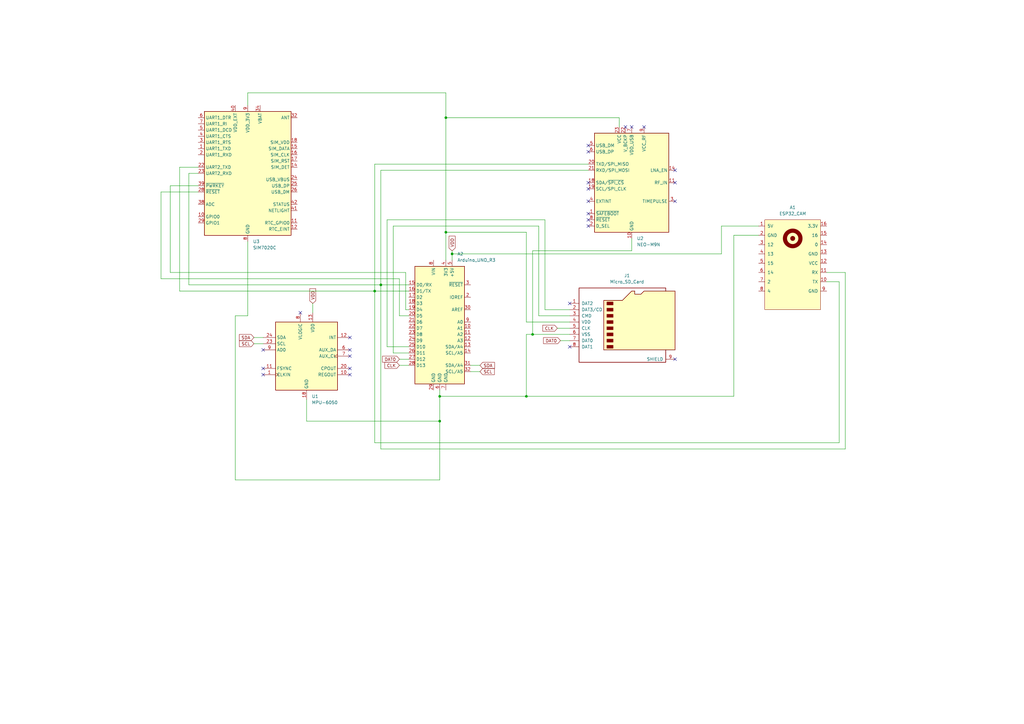
<source format=kicad_sch>
(kicad_sch
	(version 20250114)
	(generator "eeschema")
	(generator_version "9.0")
	(uuid "94c65656-1549-4992-bcfb-fa16e0a12a01")
	(paper "A3")
	(title_block
		(title "Устройство контроля стиля вождения")
		(company "РТУ МИРЭА")
		(comment 2 "Лукьянов И.Н.")
	)
	(lib_symbols
		(symbol "Connector:Micro_SD_Card"
			(pin_names
				(offset 1.016)
			)
			(exclude_from_sim no)
			(in_bom yes)
			(on_board yes)
			(property "Reference" "J"
				(at -16.51 15.24 0)
				(effects
					(font
						(size 1.27 1.27)
					)
				)
			)
			(property "Value" "Micro_SD_Card"
				(at 16.51 15.24 0)
				(effects
					(font
						(size 1.27 1.27)
					)
					(justify right)
				)
			)
			(property "Footprint" ""
				(at 29.21 7.62 0)
				(effects
					(font
						(size 1.27 1.27)
					)
					(hide yes)
				)
			)
			(property "Datasheet" "https://www.we-online.com/components/products/datasheet/693072010801.pdf"
				(at 0 0 0)
				(effects
					(font
						(size 1.27 1.27)
					)
					(hide yes)
				)
			)
			(property "Description" "Micro SD Card Socket"
				(at 0 0 0)
				(effects
					(font
						(size 1.27 1.27)
					)
					(hide yes)
				)
			)
			(property "ki_keywords" "connector SD microsd"
				(at 0 0 0)
				(effects
					(font
						(size 1.27 1.27)
					)
					(hide yes)
				)
			)
			(property "ki_fp_filters" "microSD*"
				(at 0 0 0)
				(effects
					(font
						(size 1.27 1.27)
					)
					(hide yes)
				)
			)
			(symbol "Micro_SD_Card_0_1"
				(polyline
					(pts
						(xy -8.89 -11.43) (xy -8.89 8.89) (xy -1.27 8.89) (xy 2.54 12.7) (xy 3.81 12.7) (xy 3.81 11.43)
						(xy 6.35 11.43) (xy 7.62 12.7) (xy 20.32 12.7) (xy 20.32 -11.43) (xy -8.89 -11.43)
					)
					(stroke
						(width 0.254)
						(type default)
					)
					(fill
						(type background)
					)
				)
				(rectangle
					(start -7.62 8.255)
					(end -5.08 6.985)
					(stroke
						(width 0)
						(type default)
					)
					(fill
						(type outline)
					)
				)
				(rectangle
					(start -7.62 5.715)
					(end -5.08 4.445)
					(stroke
						(width 0)
						(type default)
					)
					(fill
						(type outline)
					)
				)
				(rectangle
					(start -7.62 3.175)
					(end -5.08 1.905)
					(stroke
						(width 0)
						(type default)
					)
					(fill
						(type outline)
					)
				)
				(rectangle
					(start -7.62 0.635)
					(end -5.08 -0.635)
					(stroke
						(width 0)
						(type default)
					)
					(fill
						(type outline)
					)
				)
				(rectangle
					(start -7.62 -1.905)
					(end -5.08 -3.175)
					(stroke
						(width 0)
						(type default)
					)
					(fill
						(type outline)
					)
				)
				(rectangle
					(start -7.62 -4.445)
					(end -5.08 -5.715)
					(stroke
						(width 0)
						(type default)
					)
					(fill
						(type outline)
					)
				)
				(rectangle
					(start -7.62 -6.985)
					(end -5.08 -8.255)
					(stroke
						(width 0)
						(type default)
					)
					(fill
						(type outline)
					)
				)
				(rectangle
					(start -7.62 -9.525)
					(end -5.08 -10.795)
					(stroke
						(width 0)
						(type default)
					)
					(fill
						(type outline)
					)
				)
				(polyline
					(pts
						(xy 16.51 12.7) (xy 16.51 13.97) (xy -19.05 13.97) (xy -19.05 -16.51) (xy 16.51 -16.51) (xy 16.51 -11.43)
					)
					(stroke
						(width 0.254)
						(type default)
					)
					(fill
						(type none)
					)
				)
			)
			(symbol "Micro_SD_Card_1_1"
				(pin bidirectional line
					(at -22.86 7.62 0)
					(length 3.81)
					(name "DAT2"
						(effects
							(font
								(size 1.27 1.27)
							)
						)
					)
					(number "1"
						(effects
							(font
								(size 1.27 1.27)
							)
						)
					)
				)
				(pin bidirectional line
					(at -22.86 5.08 0)
					(length 3.81)
					(name "DAT3/CD"
						(effects
							(font
								(size 1.27 1.27)
							)
						)
					)
					(number "2"
						(effects
							(font
								(size 1.27 1.27)
							)
						)
					)
				)
				(pin input line
					(at -22.86 2.54 0)
					(length 3.81)
					(name "CMD"
						(effects
							(font
								(size 1.27 1.27)
							)
						)
					)
					(number "3"
						(effects
							(font
								(size 1.27 1.27)
							)
						)
					)
				)
				(pin power_in line
					(at -22.86 0 0)
					(length 3.81)
					(name "VDD"
						(effects
							(font
								(size 1.27 1.27)
							)
						)
					)
					(number "4"
						(effects
							(font
								(size 1.27 1.27)
							)
						)
					)
				)
				(pin input line
					(at -22.86 -2.54 0)
					(length 3.81)
					(name "CLK"
						(effects
							(font
								(size 1.27 1.27)
							)
						)
					)
					(number "5"
						(effects
							(font
								(size 1.27 1.27)
							)
						)
					)
				)
				(pin power_in line
					(at -22.86 -5.08 0)
					(length 3.81)
					(name "VSS"
						(effects
							(font
								(size 1.27 1.27)
							)
						)
					)
					(number "6"
						(effects
							(font
								(size 1.27 1.27)
							)
						)
					)
				)
				(pin bidirectional line
					(at -22.86 -7.62 0)
					(length 3.81)
					(name "DAT0"
						(effects
							(font
								(size 1.27 1.27)
							)
						)
					)
					(number "7"
						(effects
							(font
								(size 1.27 1.27)
							)
						)
					)
				)
				(pin bidirectional line
					(at -22.86 -10.16 0)
					(length 3.81)
					(name "DAT1"
						(effects
							(font
								(size 1.27 1.27)
							)
						)
					)
					(number "8"
						(effects
							(font
								(size 1.27 1.27)
							)
						)
					)
				)
				(pin passive line
					(at 20.32 -15.24 180)
					(length 3.81)
					(name "SHIELD"
						(effects
							(font
								(size 1.27 1.27)
							)
						)
					)
					(number "9"
						(effects
							(font
								(size 1.27 1.27)
							)
						)
					)
				)
			)
			(embedded_fonts no)
		)
		(symbol "MCU_Module:Arduino_UNO_R3"
			(exclude_from_sim no)
			(in_bom yes)
			(on_board yes)
			(property "Reference" "A"
				(at -10.16 23.495 0)
				(effects
					(font
						(size 1.27 1.27)
					)
					(justify left bottom)
				)
			)
			(property "Value" "Arduino_UNO_R3"
				(at 5.08 -26.67 0)
				(effects
					(font
						(size 1.27 1.27)
					)
					(justify left top)
				)
			)
			(property "Footprint" "Module:Arduino_UNO_R3"
				(at 0 0 0)
				(effects
					(font
						(size 1.27 1.27)
						(italic yes)
					)
					(hide yes)
				)
			)
			(property "Datasheet" "https://www.arduino.cc/en/Main/arduinoBoardUno"
				(at 0 0 0)
				(effects
					(font
						(size 1.27 1.27)
					)
					(hide yes)
				)
			)
			(property "Description" "Arduino UNO Microcontroller Module, release 3"
				(at 0 0 0)
				(effects
					(font
						(size 1.27 1.27)
					)
					(hide yes)
				)
			)
			(property "ki_keywords" "Arduino UNO R3 Microcontroller Module Atmel AVR USB"
				(at 0 0 0)
				(effects
					(font
						(size 1.27 1.27)
					)
					(hide yes)
				)
			)
			(property "ki_fp_filters" "Arduino*UNO*R3*"
				(at 0 0 0)
				(effects
					(font
						(size 1.27 1.27)
					)
					(hide yes)
				)
			)
			(symbol "Arduino_UNO_R3_0_1"
				(rectangle
					(start -10.16 22.86)
					(end 10.16 -25.4)
					(stroke
						(width 0.254)
						(type default)
					)
					(fill
						(type background)
					)
				)
			)
			(symbol "Arduino_UNO_R3_1_1"
				(pin bidirectional line
					(at -12.7 15.24 0)
					(length 2.54)
					(name "D0/RX"
						(effects
							(font
								(size 1.27 1.27)
							)
						)
					)
					(number "15"
						(effects
							(font
								(size 1.27 1.27)
							)
						)
					)
				)
				(pin bidirectional line
					(at -12.7 12.7 0)
					(length 2.54)
					(name "D1/TX"
						(effects
							(font
								(size 1.27 1.27)
							)
						)
					)
					(number "16"
						(effects
							(font
								(size 1.27 1.27)
							)
						)
					)
				)
				(pin bidirectional line
					(at -12.7 10.16 0)
					(length 2.54)
					(name "D2"
						(effects
							(font
								(size 1.27 1.27)
							)
						)
					)
					(number "17"
						(effects
							(font
								(size 1.27 1.27)
							)
						)
					)
				)
				(pin bidirectional line
					(at -12.7 7.62 0)
					(length 2.54)
					(name "D3"
						(effects
							(font
								(size 1.27 1.27)
							)
						)
					)
					(number "18"
						(effects
							(font
								(size 1.27 1.27)
							)
						)
					)
				)
				(pin bidirectional line
					(at -12.7 5.08 0)
					(length 2.54)
					(name "D4"
						(effects
							(font
								(size 1.27 1.27)
							)
						)
					)
					(number "19"
						(effects
							(font
								(size 1.27 1.27)
							)
						)
					)
				)
				(pin bidirectional line
					(at -12.7 2.54 0)
					(length 2.54)
					(name "D5"
						(effects
							(font
								(size 1.27 1.27)
							)
						)
					)
					(number "20"
						(effects
							(font
								(size 1.27 1.27)
							)
						)
					)
				)
				(pin bidirectional line
					(at -12.7 0 0)
					(length 2.54)
					(name "D6"
						(effects
							(font
								(size 1.27 1.27)
							)
						)
					)
					(number "21"
						(effects
							(font
								(size 1.27 1.27)
							)
						)
					)
				)
				(pin bidirectional line
					(at -12.7 -2.54 0)
					(length 2.54)
					(name "D7"
						(effects
							(font
								(size 1.27 1.27)
							)
						)
					)
					(number "22"
						(effects
							(font
								(size 1.27 1.27)
							)
						)
					)
				)
				(pin bidirectional line
					(at -12.7 -5.08 0)
					(length 2.54)
					(name "D8"
						(effects
							(font
								(size 1.27 1.27)
							)
						)
					)
					(number "23"
						(effects
							(font
								(size 1.27 1.27)
							)
						)
					)
				)
				(pin bidirectional line
					(at -12.7 -7.62 0)
					(length 2.54)
					(name "D9"
						(effects
							(font
								(size 1.27 1.27)
							)
						)
					)
					(number "24"
						(effects
							(font
								(size 1.27 1.27)
							)
						)
					)
				)
				(pin bidirectional line
					(at -12.7 -10.16 0)
					(length 2.54)
					(name "D10"
						(effects
							(font
								(size 1.27 1.27)
							)
						)
					)
					(number "25"
						(effects
							(font
								(size 1.27 1.27)
							)
						)
					)
				)
				(pin bidirectional line
					(at -12.7 -12.7 0)
					(length 2.54)
					(name "D11"
						(effects
							(font
								(size 1.27 1.27)
							)
						)
					)
					(number "26"
						(effects
							(font
								(size 1.27 1.27)
							)
						)
					)
				)
				(pin bidirectional line
					(at -12.7 -15.24 0)
					(length 2.54)
					(name "D12"
						(effects
							(font
								(size 1.27 1.27)
							)
						)
					)
					(number "27"
						(effects
							(font
								(size 1.27 1.27)
							)
						)
					)
				)
				(pin bidirectional line
					(at -12.7 -17.78 0)
					(length 2.54)
					(name "D13"
						(effects
							(font
								(size 1.27 1.27)
							)
						)
					)
					(number "28"
						(effects
							(font
								(size 1.27 1.27)
							)
						)
					)
				)
				(pin no_connect line
					(at -10.16 -20.32 0)
					(length 2.54)
					(hide yes)
					(name "NC"
						(effects
							(font
								(size 1.27 1.27)
							)
						)
					)
					(number "1"
						(effects
							(font
								(size 1.27 1.27)
							)
						)
					)
				)
				(pin power_in line
					(at -2.54 25.4 270)
					(length 2.54)
					(name "VIN"
						(effects
							(font
								(size 1.27 1.27)
							)
						)
					)
					(number "8"
						(effects
							(font
								(size 1.27 1.27)
							)
						)
					)
				)
				(pin power_in line
					(at -2.54 -27.94 90)
					(length 2.54)
					(name "GND"
						(effects
							(font
								(size 1.27 1.27)
							)
						)
					)
					(number "29"
						(effects
							(font
								(size 1.27 1.27)
							)
						)
					)
				)
				(pin power_in line
					(at 0 -27.94 90)
					(length 2.54)
					(name "GND"
						(effects
							(font
								(size 1.27 1.27)
							)
						)
					)
					(number "6"
						(effects
							(font
								(size 1.27 1.27)
							)
						)
					)
				)
				(pin power_out line
					(at 2.54 25.4 270)
					(length 2.54)
					(name "3V3"
						(effects
							(font
								(size 1.27 1.27)
							)
						)
					)
					(number "4"
						(effects
							(font
								(size 1.27 1.27)
							)
						)
					)
				)
				(pin power_in line
					(at 2.54 -27.94 90)
					(length 2.54)
					(name "GND"
						(effects
							(font
								(size 1.27 1.27)
							)
						)
					)
					(number "7"
						(effects
							(font
								(size 1.27 1.27)
							)
						)
					)
				)
				(pin power_out line
					(at 5.08 25.4 270)
					(length 2.54)
					(name "+5V"
						(effects
							(font
								(size 1.27 1.27)
							)
						)
					)
					(number "5"
						(effects
							(font
								(size 1.27 1.27)
							)
						)
					)
				)
				(pin input line
					(at 12.7 15.24 180)
					(length 2.54)
					(name "~{RESET}"
						(effects
							(font
								(size 1.27 1.27)
							)
						)
					)
					(number "3"
						(effects
							(font
								(size 1.27 1.27)
							)
						)
					)
				)
				(pin output line
					(at 12.7 10.16 180)
					(length 2.54)
					(name "IOREF"
						(effects
							(font
								(size 1.27 1.27)
							)
						)
					)
					(number "2"
						(effects
							(font
								(size 1.27 1.27)
							)
						)
					)
				)
				(pin input line
					(at 12.7 5.08 180)
					(length 2.54)
					(name "AREF"
						(effects
							(font
								(size 1.27 1.27)
							)
						)
					)
					(number "30"
						(effects
							(font
								(size 1.27 1.27)
							)
						)
					)
				)
				(pin bidirectional line
					(at 12.7 0 180)
					(length 2.54)
					(name "A0"
						(effects
							(font
								(size 1.27 1.27)
							)
						)
					)
					(number "9"
						(effects
							(font
								(size 1.27 1.27)
							)
						)
					)
				)
				(pin bidirectional line
					(at 12.7 -2.54 180)
					(length 2.54)
					(name "A1"
						(effects
							(font
								(size 1.27 1.27)
							)
						)
					)
					(number "10"
						(effects
							(font
								(size 1.27 1.27)
							)
						)
					)
				)
				(pin bidirectional line
					(at 12.7 -5.08 180)
					(length 2.54)
					(name "A2"
						(effects
							(font
								(size 1.27 1.27)
							)
						)
					)
					(number "11"
						(effects
							(font
								(size 1.27 1.27)
							)
						)
					)
				)
				(pin bidirectional line
					(at 12.7 -7.62 180)
					(length 2.54)
					(name "A3"
						(effects
							(font
								(size 1.27 1.27)
							)
						)
					)
					(number "12"
						(effects
							(font
								(size 1.27 1.27)
							)
						)
					)
				)
				(pin bidirectional line
					(at 12.7 -10.16 180)
					(length 2.54)
					(name "SDA/A4"
						(effects
							(font
								(size 1.27 1.27)
							)
						)
					)
					(number "13"
						(effects
							(font
								(size 1.27 1.27)
							)
						)
					)
				)
				(pin bidirectional line
					(at 12.7 -12.7 180)
					(length 2.54)
					(name "SCL/A5"
						(effects
							(font
								(size 1.27 1.27)
							)
						)
					)
					(number "14"
						(effects
							(font
								(size 1.27 1.27)
							)
						)
					)
				)
				(pin bidirectional line
					(at 12.7 -17.78 180)
					(length 2.54)
					(name "SDA/A4"
						(effects
							(font
								(size 1.27 1.27)
							)
						)
					)
					(number "31"
						(effects
							(font
								(size 1.27 1.27)
							)
						)
					)
				)
				(pin bidirectional line
					(at 12.7 -20.32 180)
					(length 2.54)
					(name "SCL/A5"
						(effects
							(font
								(size 1.27 1.27)
							)
						)
					)
					(number "32"
						(effects
							(font
								(size 1.27 1.27)
							)
						)
					)
				)
			)
			(embedded_fonts no)
		)
		(symbol "PCM_SL_Development_Board:ESP32_CAM"
			(pin_names
				(offset 1.016)
			)
			(exclude_from_sim no)
			(in_bom yes)
			(on_board yes)
			(property "Reference" "A"
				(at 0 16.51 0)
				(effects
					(font
						(size 1.27 1.27)
					)
				)
			)
			(property "Value" "ESP32_CAM"
				(at 0 -19.05 0)
				(effects
					(font
						(size 1.27 1.27)
					)
				)
			)
			(property "Footprint" "PCM_SL_Development_Boards:ESP32-CAM"
				(at -1.27 -7.62 0)
				(effects
					(font
						(size 1.27 1.27)
					)
					(hide yes)
				)
			)
			(property "Datasheet" ""
				(at -16.51 13.97 0)
				(effects
					(font
						(size 1.27 1.27)
					)
					(hide yes)
				)
			)
			(property "Description" "ESP32-S SoC with onboard camera and MicroSD card support."
				(at 0 0 0)
				(effects
					(font
						(size 1.27 1.27)
					)
					(hide yes)
				)
			)
			(property "ki_keywords" "ESP32 CAM"
				(at 0 0 0)
				(effects
					(font
						(size 1.27 1.27)
					)
					(hide yes)
				)
			)
			(symbol "ESP32_CAM_0_1"
				(rectangle
					(start -11.43 15.24)
					(end 11.43 -21.59)
					(stroke
						(width 0)
						(type default)
					)
					(fill
						(type background)
					)
				)
				(circle
					(center 0 7.62)
					(radius 0.508)
					(stroke
						(width 1)
						(type default)
					)
					(fill
						(type none)
					)
				)
				(circle
					(center 0 7.62)
					(radius 3.175)
					(stroke
						(width 1.7)
						(type default)
					)
					(fill
						(type none)
					)
				)
				(circle
					(center 0 7.62)
					(radius 3.5814)
					(stroke
						(width 0)
						(type default)
					)
					(fill
						(type none)
					)
				)
			)
			(symbol "ESP32_CAM_1_1"
				(pin power_in line
					(at -13.97 12.7 0)
					(length 2.54)
					(name "5V"
						(effects
							(font
								(size 1.27 1.27)
							)
						)
					)
					(number "1"
						(effects
							(font
								(size 1.27 1.27)
							)
						)
					)
				)
				(pin power_in line
					(at -13.97 8.89 0)
					(length 2.54)
					(name "GND"
						(effects
							(font
								(size 1.27 1.27)
							)
						)
					)
					(number "2"
						(effects
							(font
								(size 1.27 1.27)
							)
						)
					)
				)
				(pin bidirectional line
					(at -13.97 5.08 0)
					(length 2.54)
					(name "12"
						(effects
							(font
								(size 1.27 1.27)
							)
						)
					)
					(number "3"
						(effects
							(font
								(size 1.27 1.27)
							)
						)
					)
				)
				(pin bidirectional line
					(at -13.97 1.27 0)
					(length 2.54)
					(name "13"
						(effects
							(font
								(size 1.27 1.27)
							)
						)
					)
					(number "4"
						(effects
							(font
								(size 1.27 1.27)
							)
						)
					)
				)
				(pin bidirectional line
					(at -13.97 -2.54 0)
					(length 2.54)
					(name "15"
						(effects
							(font
								(size 1.27 1.27)
							)
						)
					)
					(number "5"
						(effects
							(font
								(size 1.27 1.27)
							)
						)
					)
				)
				(pin bidirectional line
					(at -13.97 -6.35 0)
					(length 2.54)
					(name "14"
						(effects
							(font
								(size 1.27 1.27)
							)
						)
					)
					(number "6"
						(effects
							(font
								(size 1.27 1.27)
							)
						)
					)
				)
				(pin bidirectional line
					(at -13.97 -10.16 0)
					(length 2.54)
					(name "2"
						(effects
							(font
								(size 1.27 1.27)
							)
						)
					)
					(number "7"
						(effects
							(font
								(size 1.27 1.27)
							)
						)
					)
				)
				(pin bidirectional line
					(at -13.97 -13.97 0)
					(length 2.54)
					(name "4"
						(effects
							(font
								(size 1.27 1.27)
							)
						)
					)
					(number "8"
						(effects
							(font
								(size 1.27 1.27)
							)
						)
					)
				)
				(pin power_in line
					(at 13.97 12.7 180)
					(length 2.54)
					(name "3.3V"
						(effects
							(font
								(size 1.27 1.27)
							)
						)
					)
					(number "16"
						(effects
							(font
								(size 1.27 1.27)
							)
						)
					)
				)
				(pin bidirectional line
					(at 13.97 8.89 180)
					(length 2.54)
					(name "16"
						(effects
							(font
								(size 1.27 1.27)
							)
						)
					)
					(number "15"
						(effects
							(font
								(size 1.27 1.27)
							)
						)
					)
				)
				(pin bidirectional line
					(at 13.97 5.08 180)
					(length 2.54)
					(name "0"
						(effects
							(font
								(size 1.27 1.27)
							)
						)
					)
					(number "14"
						(effects
							(font
								(size 1.27 1.27)
							)
						)
					)
				)
				(pin power_in line
					(at 13.97 1.27 180)
					(length 2.54)
					(name "GND"
						(effects
							(font
								(size 1.27 1.27)
							)
						)
					)
					(number "13"
						(effects
							(font
								(size 1.27 1.27)
							)
						)
					)
				)
				(pin power_in line
					(at 13.97 -2.54 180)
					(length 2.54)
					(name "VCC"
						(effects
							(font
								(size 1.27 1.27)
							)
						)
					)
					(number "12"
						(effects
							(font
								(size 1.27 1.27)
							)
						)
					)
				)
				(pin input line
					(at 13.97 -6.35 180)
					(length 2.54)
					(name "RX"
						(effects
							(font
								(size 1.27 1.27)
							)
						)
					)
					(number "11"
						(effects
							(font
								(size 1.27 1.27)
							)
						)
					)
				)
				(pin output line
					(at 13.97 -10.16 180)
					(length 2.54)
					(name "TX"
						(effects
							(font
								(size 1.27 1.27)
							)
						)
					)
					(number "10"
						(effects
							(font
								(size 1.27 1.27)
							)
						)
					)
				)
				(pin power_in line
					(at 13.97 -13.97 180)
					(length 2.54)
					(name "GND"
						(effects
							(font
								(size 1.27 1.27)
							)
						)
					)
					(number "9"
						(effects
							(font
								(size 1.27 1.27)
							)
						)
					)
				)
			)
			(embedded_fonts no)
		)
		(symbol "RF_GPS:NEO-M9N"
			(exclude_from_sim no)
			(in_bom yes)
			(on_board yes)
			(property "Reference" "U"
				(at -13.97 21.59 0)
				(effects
					(font
						(size 1.27 1.27)
					)
				)
			)
			(property "Value" "NEO-M9N"
				(at 11.43 21.59 0)
				(effects
					(font
						(size 1.27 1.27)
					)
				)
			)
			(property "Footprint" "RF_GPS:ublox_NEO"
				(at 10.16 -21.59 0)
				(effects
					(font
						(size 1.27 1.27)
					)
					(hide yes)
				)
			)
			(property "Datasheet" "https://www.u-blox.com/sites/default/files/NEO-M9N-00B_DataSheet_UBX-19014285.pdf"
				(at 0 0 0)
				(effects
					(font
						(size 1.27 1.27)
					)
					(hide yes)
				)
			)
			(property "Description" "GNSS Module NEO M8, VCC 2.7V to 3.6V"
				(at 0 0 0)
				(effects
					(font
						(size 1.27 1.27)
					)
					(hide yes)
				)
			)
			(property "ki_keywords" "ublox GPS GNSS module"
				(at 0 0 0)
				(effects
					(font
						(size 1.27 1.27)
					)
					(hide yes)
				)
			)
			(property "ki_fp_filters" "ublox*NEO*"
				(at 0 0 0)
				(effects
					(font
						(size 1.27 1.27)
					)
					(hide yes)
				)
			)
			(symbol "NEO-M9N_0_1"
				(rectangle
					(start -15.24 20.32)
					(end 15.24 -20.32)
					(stroke
						(width 0.254)
						(type default)
					)
					(fill
						(type background)
					)
				)
			)
			(symbol "NEO-M9N_1_1"
				(pin bidirectional line
					(at -17.78 15.24 0)
					(length 2.54)
					(name "USB_DM"
						(effects
							(font
								(size 1.27 1.27)
							)
						)
					)
					(number "5"
						(effects
							(font
								(size 1.27 1.27)
							)
						)
					)
				)
				(pin bidirectional line
					(at -17.78 12.7 0)
					(length 2.54)
					(name "USB_DP"
						(effects
							(font
								(size 1.27 1.27)
							)
						)
					)
					(number "6"
						(effects
							(font
								(size 1.27 1.27)
							)
						)
					)
				)
				(pin output line
					(at -17.78 7.62 0)
					(length 2.54)
					(name "TXD/SPI_MISO"
						(effects
							(font
								(size 1.27 1.27)
							)
						)
					)
					(number "20"
						(effects
							(font
								(size 1.27 1.27)
							)
						)
					)
				)
				(pin input line
					(at -17.78 5.08 0)
					(length 2.54)
					(name "RXD/SPI_MOSI"
						(effects
							(font
								(size 1.27 1.27)
							)
						)
					)
					(number "21"
						(effects
							(font
								(size 1.27 1.27)
							)
						)
					)
				)
				(pin bidirectional line
					(at -17.78 0 0)
					(length 2.54)
					(name "SDA/~{SPI_CS}"
						(effects
							(font
								(size 1.27 1.27)
							)
						)
					)
					(number "18"
						(effects
							(font
								(size 1.27 1.27)
							)
						)
					)
				)
				(pin input line
					(at -17.78 -2.54 0)
					(length 2.54)
					(name "SCL/SPI_CLK"
						(effects
							(font
								(size 1.27 1.27)
							)
						)
					)
					(number "19"
						(effects
							(font
								(size 1.27 1.27)
							)
						)
					)
				)
				(pin input line
					(at -17.78 -7.62 0)
					(length 2.54)
					(name "EXTINT"
						(effects
							(font
								(size 1.27 1.27)
							)
						)
					)
					(number "4"
						(effects
							(font
								(size 1.27 1.27)
							)
						)
					)
				)
				(pin input line
					(at -17.78 -12.7 0)
					(length 2.54)
					(name "~{SAFEBOOT}"
						(effects
							(font
								(size 1.27 1.27)
							)
						)
					)
					(number "1"
						(effects
							(font
								(size 1.27 1.27)
							)
						)
					)
				)
				(pin input line
					(at -17.78 -15.24 0)
					(length 2.54)
					(name "~{RESET}"
						(effects
							(font
								(size 1.27 1.27)
							)
						)
					)
					(number "8"
						(effects
							(font
								(size 1.27 1.27)
							)
						)
					)
				)
				(pin input line
					(at -17.78 -17.78 0)
					(length 2.54)
					(name "D_SEL"
						(effects
							(font
								(size 1.27 1.27)
							)
						)
					)
					(number "2"
						(effects
							(font
								(size 1.27 1.27)
							)
						)
					)
				)
				(pin power_in line
					(at -5.08 22.86 270)
					(length 2.54)
					(name "VCC"
						(effects
							(font
								(size 1.27 1.27)
							)
						)
					)
					(number "23"
						(effects
							(font
								(size 1.27 1.27)
							)
						)
					)
				)
				(pin power_in line
					(at -2.54 22.86 270)
					(length 2.54)
					(name "V_BCKP"
						(effects
							(font
								(size 1.27 1.27)
							)
						)
					)
					(number "22"
						(effects
							(font
								(size 1.27 1.27)
							)
						)
					)
				)
				(pin power_in line
					(at 0 22.86 270)
					(length 2.54)
					(name "VDD_USB"
						(effects
							(font
								(size 1.27 1.27)
							)
						)
					)
					(number "7"
						(effects
							(font
								(size 1.27 1.27)
							)
						)
					)
				)
				(pin power_in line
					(at 0 -22.86 90)
					(length 2.54)
					(name "GND"
						(effects
							(font
								(size 1.27 1.27)
							)
						)
					)
					(number "10"
						(effects
							(font
								(size 1.27 1.27)
							)
						)
					)
				)
				(pin passive line
					(at 0 -22.86 90)
					(length 2.54)
					(hide yes)
					(name "GND"
						(effects
							(font
								(size 1.27 1.27)
							)
						)
					)
					(number "12"
						(effects
							(font
								(size 1.27 1.27)
							)
						)
					)
				)
				(pin passive line
					(at 0 -22.86 90)
					(length 2.54)
					(hide yes)
					(name "GND"
						(effects
							(font
								(size 1.27 1.27)
							)
						)
					)
					(number "13"
						(effects
							(font
								(size 1.27 1.27)
							)
						)
					)
				)
				(pin passive line
					(at 0 -22.86 90)
					(length 2.54)
					(hide yes)
					(name "GND"
						(effects
							(font
								(size 1.27 1.27)
							)
						)
					)
					(number "24"
						(effects
							(font
								(size 1.27 1.27)
							)
						)
					)
				)
				(pin power_out line
					(at 5.08 22.86 270)
					(length 2.54)
					(name "VCC_RF"
						(effects
							(font
								(size 1.27 1.27)
							)
						)
					)
					(number "9"
						(effects
							(font
								(size 1.27 1.27)
							)
						)
					)
				)
				(pin no_connect line
					(at 15.24 -10.16 180)
					(length 2.54)
					(hide yes)
					(name "RESERVED"
						(effects
							(font
								(size 1.27 1.27)
							)
						)
					)
					(number "15"
						(effects
							(font
								(size 1.27 1.27)
							)
						)
					)
				)
				(pin no_connect line
					(at 15.24 -12.7 180)
					(length 2.54)
					(hide yes)
					(name "RESERVED"
						(effects
							(font
								(size 1.27 1.27)
							)
						)
					)
					(number "16"
						(effects
							(font
								(size 1.27 1.27)
							)
						)
					)
				)
				(pin no_connect line
					(at 15.24 -15.24 180)
					(length 2.54)
					(hide yes)
					(name "RESERVED"
						(effects
							(font
								(size 1.27 1.27)
							)
						)
					)
					(number "17"
						(effects
							(font
								(size 1.27 1.27)
							)
						)
					)
				)
				(pin output line
					(at 17.78 5.08 180)
					(length 2.54)
					(name "LNA_EN"
						(effects
							(font
								(size 1.27 1.27)
							)
						)
					)
					(number "14"
						(effects
							(font
								(size 1.27 1.27)
							)
						)
					)
				)
				(pin input line
					(at 17.78 0 180)
					(length 2.54)
					(name "RF_IN"
						(effects
							(font
								(size 1.27 1.27)
							)
						)
					)
					(number "11"
						(effects
							(font
								(size 1.27 1.27)
							)
						)
					)
				)
				(pin output line
					(at 17.78 -7.62 180)
					(length 2.54)
					(name "TIMEPULSE"
						(effects
							(font
								(size 1.27 1.27)
							)
						)
					)
					(number "3"
						(effects
							(font
								(size 1.27 1.27)
							)
						)
					)
				)
			)
			(embedded_fonts no)
		)
		(symbol "RF_GSM:SIM7020C"
			(exclude_from_sim no)
			(in_bom yes)
			(on_board yes)
			(property "Reference" "U"
				(at -15.24 26.67 0)
				(effects
					(font
						(size 1.27 1.27)
					)
				)
			)
			(property "Value" "SIM7020C"
				(at 12.7 26.67 0)
				(effects
					(font
						(size 1.27 1.27)
					)
				)
			)
			(property "Footprint" "RF_GSM:SIMCom_SIM800C"
				(at 13.97 -26.67 0)
				(effects
					(font
						(size 1.27 1.27)
					)
					(hide yes)
				)
			)
			(property "Datasheet" "https://simcom.ee/documents/SIM7020/SIM7020%20Hardware%20Design_V1.02.pdf"
				(at -118.11 -59.69 0)
				(effects
					(font
						(size 1.27 1.27)
					)
					(hide yes)
				)
			)
			(property "Description" "NB-IoT B1/B3/B5/B8, AT Command Set"
				(at 0 0 0)
				(effects
					(font
						(size 1.27 1.27)
					)
					(hide yes)
				)
			)
			(property "ki_keywords" "NB-IoT Data SMS"
				(at 0 0 0)
				(effects
					(font
						(size 1.27 1.27)
					)
					(hide yes)
				)
			)
			(property "ki_fp_filters" "SIMCom*SIM800C*"
				(at 0 0 0)
				(effects
					(font
						(size 1.27 1.27)
					)
					(hide yes)
				)
			)
			(symbol "SIM7020C_0_1"
				(rectangle
					(start -17.78 25.4)
					(end 17.78 -25.4)
					(stroke
						(width 0.254)
						(type default)
					)
					(fill
						(type background)
					)
				)
			)
			(symbol "SIM7020C_1_1"
				(pin input line
					(at -20.32 22.86 0)
					(length 2.54)
					(name "UART1_DTR"
						(effects
							(font
								(size 1.27 1.27)
							)
						)
					)
					(number "6"
						(effects
							(font
								(size 1.27 1.27)
							)
						)
					)
				)
				(pin output line
					(at -20.32 20.32 0)
					(length 2.54)
					(name "UART1_RI"
						(effects
							(font
								(size 1.27 1.27)
							)
						)
					)
					(number "7"
						(effects
							(font
								(size 1.27 1.27)
							)
						)
					)
				)
				(pin output line
					(at -20.32 17.78 0)
					(length 2.54)
					(name "UART1_DCD"
						(effects
							(font
								(size 1.27 1.27)
							)
						)
					)
					(number "5"
						(effects
							(font
								(size 1.27 1.27)
							)
						)
					)
				)
				(pin output line
					(at -20.32 15.24 0)
					(length 2.54)
					(name "UART1_CTS"
						(effects
							(font
								(size 1.27 1.27)
							)
						)
					)
					(number "4"
						(effects
							(font
								(size 1.27 1.27)
							)
						)
					)
				)
				(pin input line
					(at -20.32 12.7 0)
					(length 2.54)
					(name "UART1_RTS"
						(effects
							(font
								(size 1.27 1.27)
							)
						)
					)
					(number "3"
						(effects
							(font
								(size 1.27 1.27)
							)
						)
					)
				)
				(pin output line
					(at -20.32 10.16 0)
					(length 2.54)
					(name "UART1_TXD"
						(effects
							(font
								(size 1.27 1.27)
							)
						)
					)
					(number "1"
						(effects
							(font
								(size 1.27 1.27)
							)
						)
					)
				)
				(pin input line
					(at -20.32 7.62 0)
					(length 2.54)
					(name "UART1_RXD"
						(effects
							(font
								(size 1.27 1.27)
							)
						)
					)
					(number "2"
						(effects
							(font
								(size 1.27 1.27)
							)
						)
					)
				)
				(pin output line
					(at -20.32 2.54 0)
					(length 2.54)
					(name "UART2_TXD"
						(effects
							(font
								(size 1.27 1.27)
							)
						)
					)
					(number "22"
						(effects
							(font
								(size 1.27 1.27)
							)
						)
					)
				)
				(pin input line
					(at -20.32 0 0)
					(length 2.54)
					(name "UART2_RXD"
						(effects
							(font
								(size 1.27 1.27)
							)
						)
					)
					(number "23"
						(effects
							(font
								(size 1.27 1.27)
							)
						)
					)
				)
				(pin input line
					(at -20.32 -5.08 0)
					(length 2.54)
					(name "~{PWRKEY}"
						(effects
							(font
								(size 1.27 1.27)
							)
						)
					)
					(number "39"
						(effects
							(font
								(size 1.27 1.27)
							)
						)
					)
				)
				(pin input line
					(at -20.32 -7.62 0)
					(length 2.54)
					(name "~{RESET}"
						(effects
							(font
								(size 1.27 1.27)
							)
						)
					)
					(number "28"
						(effects
							(font
								(size 1.27 1.27)
							)
						)
					)
				)
				(pin input line
					(at -20.32 -12.7 0)
					(length 2.54)
					(name "ADC"
						(effects
							(font
								(size 1.27 1.27)
							)
						)
					)
					(number "38"
						(effects
							(font
								(size 1.27 1.27)
							)
						)
					)
				)
				(pin bidirectional line
					(at -20.32 -17.78 0)
					(length 2.54)
					(name "GPIO0"
						(effects
							(font
								(size 1.27 1.27)
							)
						)
					)
					(number "10"
						(effects
							(font
								(size 1.27 1.27)
							)
						)
					)
				)
				(pin bidirectional line
					(at -20.32 -20.32 0)
					(length 2.54)
					(name "GPIO1"
						(effects
							(font
								(size 1.27 1.27)
							)
						)
					)
					(number "29"
						(effects
							(font
								(size 1.27 1.27)
							)
						)
					)
				)
				(pin power_out line
					(at -5.08 27.94 270)
					(length 2.54)
					(name "VDD_EXT"
						(effects
							(font
								(size 1.27 1.27)
							)
						)
					)
					(number "40"
						(effects
							(font
								(size 1.27 1.27)
							)
						)
					)
				)
				(pin power_out line
					(at 0 27.94 270)
					(length 2.54)
					(name "VDD_3V3"
						(effects
							(font
								(size 1.27 1.27)
							)
						)
					)
					(number "9"
						(effects
							(font
								(size 1.27 1.27)
							)
						)
					)
				)
				(pin passive line
					(at 0 -27.94 90)
					(length 2.54)
					(hide yes)
					(name "GND"
						(effects
							(font
								(size 1.27 1.27)
							)
						)
					)
					(number "13"
						(effects
							(font
								(size 1.27 1.27)
							)
						)
					)
				)
				(pin passive line
					(at 0 -27.94 90)
					(length 2.54)
					(hide yes)
					(name "GND"
						(effects
							(font
								(size 1.27 1.27)
							)
						)
					)
					(number "19"
						(effects
							(font
								(size 1.27 1.27)
							)
						)
					)
				)
				(pin passive line
					(at 0 -27.94 90)
					(length 2.54)
					(hide yes)
					(name "GND"
						(effects
							(font
								(size 1.27 1.27)
							)
						)
					)
					(number "21"
						(effects
							(font
								(size 1.27 1.27)
							)
						)
					)
				)
				(pin passive line
					(at 0 -27.94 90)
					(length 2.54)
					(hide yes)
					(name "GND"
						(effects
							(font
								(size 1.27 1.27)
							)
						)
					)
					(number "27"
						(effects
							(font
								(size 1.27 1.27)
							)
						)
					)
				)
				(pin passive line
					(at 0 -27.94 90)
					(length 2.54)
					(hide yes)
					(name "GND"
						(effects
							(font
								(size 1.27 1.27)
							)
						)
					)
					(number "30"
						(effects
							(font
								(size 1.27 1.27)
							)
						)
					)
				)
				(pin passive line
					(at 0 -27.94 90)
					(length 2.54)
					(hide yes)
					(name "GND"
						(effects
							(font
								(size 1.27 1.27)
							)
						)
					)
					(number "31"
						(effects
							(font
								(size 1.27 1.27)
							)
						)
					)
				)
				(pin passive line
					(at 0 -27.94 90)
					(length 2.54)
					(hide yes)
					(name "GND"
						(effects
							(font
								(size 1.27 1.27)
							)
						)
					)
					(number "33"
						(effects
							(font
								(size 1.27 1.27)
							)
						)
					)
				)
				(pin passive line
					(at 0 -27.94 90)
					(length 2.54)
					(hide yes)
					(name "GND"
						(effects
							(font
								(size 1.27 1.27)
							)
						)
					)
					(number "36"
						(effects
							(font
								(size 1.27 1.27)
							)
						)
					)
				)
				(pin passive line
					(at 0 -27.94 90)
					(length 2.54)
					(hide yes)
					(name "GND"
						(effects
							(font
								(size 1.27 1.27)
							)
						)
					)
					(number "37"
						(effects
							(font
								(size 1.27 1.27)
							)
						)
					)
				)
				(pin power_in line
					(at 0 -27.94 90)
					(length 2.54)
					(name "GND"
						(effects
							(font
								(size 1.27 1.27)
							)
						)
					)
					(number "8"
						(effects
							(font
								(size 1.27 1.27)
							)
						)
					)
				)
				(pin power_in line
					(at 5.08 27.94 270)
					(length 2.54)
					(name "VBAT"
						(effects
							(font
								(size 1.27 1.27)
							)
						)
					)
					(number "34"
						(effects
							(font
								(size 1.27 1.27)
							)
						)
					)
				)
				(pin passive line
					(at 5.08 27.94 270)
					(length 2.54)
					(hide yes)
					(name "VBAT"
						(effects
							(font
								(size 1.27 1.27)
							)
						)
					)
					(number "35"
						(effects
							(font
								(size 1.27 1.27)
							)
						)
					)
				)
				(pin no_connect line
					(at 17.78 17.78 180)
					(length 2.54)
					(hide yes)
					(name "NC"
						(effects
							(font
								(size 1.27 1.27)
							)
						)
					)
					(number "20"
						(effects
							(font
								(size 1.27 1.27)
							)
						)
					)
				)
				(pin passive line
					(at 20.32 22.86 180)
					(length 2.54)
					(name "ANT"
						(effects
							(font
								(size 1.27 1.27)
							)
						)
					)
					(number "32"
						(effects
							(font
								(size 1.27 1.27)
							)
						)
					)
				)
				(pin power_out line
					(at 20.32 12.7 180)
					(length 2.54)
					(name "SIM_VDD"
						(effects
							(font
								(size 1.27 1.27)
							)
						)
					)
					(number "18"
						(effects
							(font
								(size 1.27 1.27)
							)
						)
					)
				)
				(pin bidirectional line
					(at 20.32 10.16 180)
					(length 2.54)
					(name "SIM_DATA"
						(effects
							(font
								(size 1.27 1.27)
							)
						)
					)
					(number "15"
						(effects
							(font
								(size 1.27 1.27)
							)
						)
					)
				)
				(pin output line
					(at 20.32 7.62 180)
					(length 2.54)
					(name "SIM_CLK"
						(effects
							(font
								(size 1.27 1.27)
							)
						)
					)
					(number "16"
						(effects
							(font
								(size 1.27 1.27)
							)
						)
					)
				)
				(pin output line
					(at 20.32 5.08 180)
					(length 2.54)
					(name "SIM_RST"
						(effects
							(font
								(size 1.27 1.27)
							)
						)
					)
					(number "17"
						(effects
							(font
								(size 1.27 1.27)
							)
						)
					)
				)
				(pin input line
					(at 20.32 2.54 180)
					(length 2.54)
					(name "SIM_DET"
						(effects
							(font
								(size 1.27 1.27)
							)
						)
					)
					(number "14"
						(effects
							(font
								(size 1.27 1.27)
							)
						)
					)
				)
				(pin input line
					(at 20.32 -2.54 180)
					(length 2.54)
					(name "USB_VBUS"
						(effects
							(font
								(size 1.27 1.27)
							)
						)
					)
					(number "24"
						(effects
							(font
								(size 1.27 1.27)
							)
						)
					)
				)
				(pin bidirectional line
					(at 20.32 -5.08 180)
					(length 2.54)
					(name "USB_DP"
						(effects
							(font
								(size 1.27 1.27)
							)
						)
					)
					(number "25"
						(effects
							(font
								(size 1.27 1.27)
							)
						)
					)
				)
				(pin bidirectional line
					(at 20.32 -7.62 180)
					(length 2.54)
					(name "USB_DM"
						(effects
							(font
								(size 1.27 1.27)
							)
						)
					)
					(number "26"
						(effects
							(font
								(size 1.27 1.27)
							)
						)
					)
				)
				(pin output line
					(at 20.32 -12.7 180)
					(length 2.54)
					(name "STATUS"
						(effects
							(font
								(size 1.27 1.27)
							)
						)
					)
					(number "42"
						(effects
							(font
								(size 1.27 1.27)
							)
						)
					)
				)
				(pin output line
					(at 20.32 -15.24 180)
					(length 2.54)
					(name "NETLIGHT"
						(effects
							(font
								(size 1.27 1.27)
							)
						)
					)
					(number "41"
						(effects
							(font
								(size 1.27 1.27)
							)
						)
					)
				)
				(pin output line
					(at 20.32 -20.32 180)
					(length 2.54)
					(name "RTC_GPIO0"
						(effects
							(font
								(size 1.27 1.27)
							)
						)
					)
					(number "11"
						(effects
							(font
								(size 1.27 1.27)
							)
						)
					)
				)
				(pin input line
					(at 20.32 -22.86 180)
					(length 2.54)
					(name "RTC_EINT"
						(effects
							(font
								(size 1.27 1.27)
							)
						)
					)
					(number "12"
						(effects
							(font
								(size 1.27 1.27)
							)
						)
					)
				)
			)
			(embedded_fonts no)
		)
		(symbol "Sensor_Motion:MPU-6050"
			(exclude_from_sim no)
			(in_bom yes)
			(on_board yes)
			(property "Reference" "U"
				(at -11.43 13.97 0)
				(effects
					(font
						(size 1.27 1.27)
					)
				)
			)
			(property "Value" "MPU-6050"
				(at 7.62 -15.24 0)
				(effects
					(font
						(size 1.27 1.27)
					)
				)
			)
			(property "Footprint" "Sensor_Motion:InvenSense_QFN-24_4x4mm_P0.5mm"
				(at 0 -20.32 0)
				(effects
					(font
						(size 1.27 1.27)
					)
					(hide yes)
				)
			)
			(property "Datasheet" "https://invensense.tdk.com/wp-content/uploads/2015/02/MPU-6000-Datasheet1.pdf"
				(at 0 -3.81 0)
				(effects
					(font
						(size 1.27 1.27)
					)
					(hide yes)
				)
			)
			(property "Description" "InvenSense 6-Axis Motion Sensor, Gyroscope, Accelerometer, I2C"
				(at 0 0 0)
				(effects
					(font
						(size 1.27 1.27)
					)
					(hide yes)
				)
			)
			(property "ki_keywords" "mems"
				(at 0 0 0)
				(effects
					(font
						(size 1.27 1.27)
					)
					(hide yes)
				)
			)
			(property "ki_fp_filters" "*QFN*4x4mm*P0.5mm*"
				(at 0 0 0)
				(effects
					(font
						(size 1.27 1.27)
					)
					(hide yes)
				)
			)
			(symbol "MPU-6050_0_1"
				(rectangle
					(start -12.7 13.97)
					(end 12.7 -13.97)
					(stroke
						(width 0.254)
						(type default)
					)
					(fill
						(type background)
					)
				)
			)
			(symbol "MPU-6050_1_1"
				(pin bidirectional line
					(at -17.78 7.62 0)
					(length 5.08)
					(name "SDA"
						(effects
							(font
								(size 1.27 1.27)
							)
						)
					)
					(number "24"
						(effects
							(font
								(size 1.27 1.27)
							)
						)
					)
				)
				(pin input line
					(at -17.78 5.08 0)
					(length 5.08)
					(name "SCL"
						(effects
							(font
								(size 1.27 1.27)
							)
						)
					)
					(number "23"
						(effects
							(font
								(size 1.27 1.27)
							)
						)
					)
				)
				(pin input line
					(at -17.78 2.54 0)
					(length 5.08)
					(name "AD0"
						(effects
							(font
								(size 1.27 1.27)
							)
						)
					)
					(number "9"
						(effects
							(font
								(size 1.27 1.27)
							)
						)
					)
				)
				(pin input line
					(at -17.78 -5.08 0)
					(length 5.08)
					(name "FSYNC"
						(effects
							(font
								(size 1.27 1.27)
							)
						)
					)
					(number "11"
						(effects
							(font
								(size 1.27 1.27)
							)
						)
					)
				)
				(pin input clock
					(at -17.78 -7.62 0)
					(length 5.08)
					(name "CLKIN"
						(effects
							(font
								(size 1.27 1.27)
							)
						)
					)
					(number "1"
						(effects
							(font
								(size 1.27 1.27)
							)
						)
					)
				)
				(pin no_connect line
					(at -12.7 12.7 0)
					(length 2.54)
					(hide yes)
					(name "NC"
						(effects
							(font
								(size 1.27 1.27)
							)
						)
					)
					(number "2"
						(effects
							(font
								(size 1.27 1.27)
							)
						)
					)
				)
				(pin no_connect line
					(at -12.7 10.16 0)
					(length 2.54)
					(hide yes)
					(name "NC"
						(effects
							(font
								(size 1.27 1.27)
							)
						)
					)
					(number "3"
						(effects
							(font
								(size 1.27 1.27)
							)
						)
					)
				)
				(pin no_connect line
					(at -12.7 0 0)
					(length 2.54)
					(hide yes)
					(name "NC"
						(effects
							(font
								(size 1.27 1.27)
							)
						)
					)
					(number "4"
						(effects
							(font
								(size 1.27 1.27)
							)
						)
					)
				)
				(pin no_connect line
					(at -12.7 -2.54 0)
					(length 2.54)
					(hide yes)
					(name "NC"
						(effects
							(font
								(size 1.27 1.27)
							)
						)
					)
					(number "5"
						(effects
							(font
								(size 1.27 1.27)
							)
						)
					)
				)
				(pin no_connect line
					(at -12.7 -10.16 0)
					(length 2.54)
					(hide yes)
					(name "NC"
						(effects
							(font
								(size 1.27 1.27)
							)
						)
					)
					(number "14"
						(effects
							(font
								(size 1.27 1.27)
							)
						)
					)
				)
				(pin power_in line
					(at -2.54 17.78 270)
					(length 3.81)
					(name "VLOGIC"
						(effects
							(font
								(size 1.27 1.27)
							)
						)
					)
					(number "8"
						(effects
							(font
								(size 1.27 1.27)
							)
						)
					)
				)
				(pin power_in line
					(at 0 -17.78 90)
					(length 3.81)
					(name "GND"
						(effects
							(font
								(size 1.27 1.27)
							)
						)
					)
					(number "18"
						(effects
							(font
								(size 1.27 1.27)
							)
						)
					)
				)
				(pin power_in line
					(at 2.54 17.78 270)
					(length 3.81)
					(name "VDD"
						(effects
							(font
								(size 1.27 1.27)
							)
						)
					)
					(number "13"
						(effects
							(font
								(size 1.27 1.27)
							)
						)
					)
				)
				(pin no_connect line
					(at 12.7 12.7 180)
					(length 2.54)
					(hide yes)
					(name "NC"
						(effects
							(font
								(size 1.27 1.27)
							)
						)
					)
					(number "15"
						(effects
							(font
								(size 1.27 1.27)
							)
						)
					)
				)
				(pin no_connect line
					(at 12.7 10.16 180)
					(length 2.54)
					(hide yes)
					(name "NC"
						(effects
							(font
								(size 1.27 1.27)
							)
						)
					)
					(number "16"
						(effects
							(font
								(size 1.27 1.27)
							)
						)
					)
				)
				(pin no_connect line
					(at 12.7 5.08 180)
					(length 2.54)
					(hide yes)
					(name "NC"
						(effects
							(font
								(size 1.27 1.27)
							)
						)
					)
					(number "17"
						(effects
							(font
								(size 1.27 1.27)
							)
						)
					)
				)
				(pin no_connect line
					(at 12.7 -2.54 180)
					(length 2.54)
					(hide yes)
					(name "RESV"
						(effects
							(font
								(size 1.27 1.27)
							)
						)
					)
					(number "21"
						(effects
							(font
								(size 1.27 1.27)
							)
						)
					)
				)
				(pin no_connect line
					(at 12.7 -10.16 180)
					(length 2.54)
					(hide yes)
					(name "RESV"
						(effects
							(font
								(size 1.27 1.27)
							)
						)
					)
					(number "19"
						(effects
							(font
								(size 1.27 1.27)
							)
						)
					)
				)
				(pin no_connect line
					(at 12.7 -12.7 180)
					(length 2.54)
					(hide yes)
					(name "RESV"
						(effects
							(font
								(size 1.27 1.27)
							)
						)
					)
					(number "22"
						(effects
							(font
								(size 1.27 1.27)
							)
						)
					)
				)
				(pin output line
					(at 17.78 7.62 180)
					(length 5.08)
					(name "INT"
						(effects
							(font
								(size 1.27 1.27)
							)
						)
					)
					(number "12"
						(effects
							(font
								(size 1.27 1.27)
							)
						)
					)
				)
				(pin bidirectional line
					(at 17.78 2.54 180)
					(length 5.08)
					(name "AUX_DA"
						(effects
							(font
								(size 1.27 1.27)
							)
						)
					)
					(number "6"
						(effects
							(font
								(size 1.27 1.27)
							)
						)
					)
				)
				(pin output clock
					(at 17.78 0 180)
					(length 5.08)
					(name "AUX_CL"
						(effects
							(font
								(size 1.27 1.27)
							)
						)
					)
					(number "7"
						(effects
							(font
								(size 1.27 1.27)
							)
						)
					)
				)
				(pin passive line
					(at 17.78 -5.08 180)
					(length 5.08)
					(name "CPOUT"
						(effects
							(font
								(size 1.27 1.27)
							)
						)
					)
					(number "20"
						(effects
							(font
								(size 1.27 1.27)
							)
						)
					)
				)
				(pin passive line
					(at 17.78 -7.62 180)
					(length 5.08)
					(name "REGOUT"
						(effects
							(font
								(size 1.27 1.27)
							)
						)
					)
					(number "10"
						(effects
							(font
								(size 1.27 1.27)
							)
						)
					)
				)
			)
			(embedded_fonts no)
		)
	)
	(junction
		(at 215.9 162.56)
		(diameter 0)
		(color 0 0 0 0)
		(uuid "12845ccd-22e3-4ae4-a852-54e4b6e26e7d")
	)
	(junction
		(at 218.44 137.16)
		(diameter 0)
		(color 0 0 0 0)
		(uuid "140ab820-adac-478f-b8bd-a7261e7b8462")
	)
	(junction
		(at 180.34 172.72)
		(diameter 0)
		(color 0 0 0 0)
		(uuid "38f1a6e1-f0a4-4b9b-ad37-5082cfb97723")
	)
	(junction
		(at 153.67 119.38)
		(diameter 0)
		(color 0 0 0 0)
		(uuid "3b939332-b76a-43c2-8557-131b98b56da7")
	)
	(junction
		(at 182.88 95.25)
		(diameter 0)
		(color 0 0 0 0)
		(uuid "6f988eaf-61ba-4e6b-9bbf-d0b6c7be956e")
	)
	(junction
		(at 182.88 48.26)
		(diameter 0)
		(color 0 0 0 0)
		(uuid "7bcd5d76-e4d4-4d86-bf3c-c349621b3b6a")
	)
	(junction
		(at 185.42 104.14)
		(diameter 0)
		(color 0 0 0 0)
		(uuid "9671af64-5f52-4d2d-b1a5-2286d3bc1d13")
	)
	(junction
		(at 180.34 162.56)
		(diameter 0)
		(color 0 0 0 0)
		(uuid "a4cdc59f-cb54-4c00-9b74-f4e152e5ff19")
	)
	(junction
		(at 156.21 116.84)
		(diameter 0)
		(color 0 0 0 0)
		(uuid "da9404b1-93db-480b-9771-d532cabdec0f")
	)
	(no_connect
		(at 107.95 153.67)
		(uuid "153fbab0-8888-455d-92a5-0d4f0885b952")
	)
	(no_connect
		(at 276.86 82.55)
		(uuid "1a2f78cb-1cbf-4cfe-ab81-305b411ac605")
	)
	(no_connect
		(at 123.19 128.27)
		(uuid "2b263f41-2f5c-4b6c-9eff-868eac4a40fa")
	)
	(no_connect
		(at 241.3 74.93)
		(uuid "2c4e3c5d-307f-4954-879e-f3e789826c8b")
	)
	(no_connect
		(at 143.51 143.51)
		(uuid "55998b4b-a39d-4321-8d0f-364617077d1a")
	)
	(no_connect
		(at 276.86 147.32)
		(uuid "560b006c-2cfd-414e-ad18-96c24a42c36a")
	)
	(no_connect
		(at 143.51 153.67)
		(uuid "771d67a0-ef23-4ae7-a800-3990605b471a")
	)
	(no_connect
		(at 256.54 52.07)
		(uuid "8295a6c5-367e-4f5e-bfb3-d99fff8d99c4")
	)
	(no_connect
		(at 143.51 151.13)
		(uuid "82c8dfea-6743-4cc9-a360-cf4da88f947b")
	)
	(no_connect
		(at 241.3 92.71)
		(uuid "8a39f58d-1a5b-457e-be60-9b6655430254")
	)
	(no_connect
		(at 264.16 52.07)
		(uuid "8b33087a-7687-40be-8c5b-594709712925")
	)
	(no_connect
		(at 233.68 142.24)
		(uuid "9889a066-33c1-40c9-8b3e-17219ebee25f")
	)
	(no_connect
		(at 107.95 151.13)
		(uuid "9aeec884-27b4-4931-b3bb-8835f3f9af48")
	)
	(no_connect
		(at 276.86 74.93)
		(uuid "a07ff8f4-332a-4ff1-b160-fc3d36da66f6")
	)
	(no_connect
		(at 241.3 77.47)
		(uuid "afcc2b70-a6d5-49c1-ad0b-b7caa82d45e4")
	)
	(no_connect
		(at 241.3 59.69)
		(uuid "b7e50a4b-f3fb-49ae-b833-d61d99b20a56")
	)
	(no_connect
		(at 241.3 82.55)
		(uuid "c17c33b2-1a51-4cb7-bc9d-8da4c4232d4d")
	)
	(no_connect
		(at 241.3 87.63)
		(uuid "c7c5c78c-b132-4501-857a-53ada7469049")
	)
	(no_connect
		(at 241.3 90.17)
		(uuid "cd6b0a18-92ed-4bc4-b23b-3b3407ae540b")
	)
	(no_connect
		(at 241.3 62.23)
		(uuid "dadfc6b7-ba30-49ed-99e7-41068ded1be1")
	)
	(no_connect
		(at 107.95 143.51)
		(uuid "dfbdf56f-9473-419c-adbf-0a8f567aaa39")
	)
	(no_connect
		(at 276.86 69.85)
		(uuid "e032a936-9879-4ac4-ac6b-dfbf639bf299")
	)
	(no_connect
		(at 143.51 146.05)
		(uuid "e22f7675-16a7-420f-a83a-50e1bc2338d6")
	)
	(no_connect
		(at 233.68 124.46)
		(uuid "e30d54cf-76fa-4cee-836d-ae672d30dc01")
	)
	(no_connect
		(at 259.08 52.07)
		(uuid "e82890cb-6753-4693-9666-88ea4d676197")
	)
	(no_connect
		(at 143.51 138.43)
		(uuid "ed52bcea-8c32-4397-be79-f934d457a9cc")
	)
	(wire
		(pts
			(xy 81.28 71.12) (xy 77.47 71.12)
		)
		(stroke
			(width 0)
			(type default)
		)
		(uuid "00b1fd67-2ab8-47b8-9509-95d060316601")
	)
	(wire
		(pts
			(xy 254 48.26) (xy 254 52.07)
		)
		(stroke
			(width 0)
			(type default)
		)
		(uuid "035e5132-07d6-4ed9-bc5b-24bdefadf231")
	)
	(wire
		(pts
			(xy 300.99 96.52) (xy 300.99 162.56)
		)
		(stroke
			(width 0)
			(type default)
		)
		(uuid "073f7d4a-378a-4b93-8b56-1c601d6d3c4b")
	)
	(wire
		(pts
			(xy 163.83 129.54) (xy 167.64 129.54)
		)
		(stroke
			(width 0)
			(type default)
		)
		(uuid "07a68ce7-88fc-4f27-8b6d-62cf3a092033")
	)
	(wire
		(pts
			(xy 259.08 97.79) (xy 259.08 102.87)
		)
		(stroke
			(width 0)
			(type default)
		)
		(uuid "0a4a61e5-47dc-4ccc-895d-7f13c8cc02a9")
	)
	(wire
		(pts
			(xy 220.98 92.71) (xy 161.29 92.71)
		)
		(stroke
			(width 0)
			(type default)
		)
		(uuid "0edc88a3-bd6b-42be-a0f6-8e37350e9155")
	)
	(wire
		(pts
			(xy 77.47 71.12) (xy 77.47 116.84)
		)
		(stroke
			(width 0)
			(type default)
		)
		(uuid "11b82322-eadd-4e2c-840d-91739f36be50")
	)
	(wire
		(pts
			(xy 185.42 104.14) (xy 185.42 106.68)
		)
		(stroke
			(width 0)
			(type default)
		)
		(uuid "16746eb1-2ffe-4386-b757-6f8c0047c525")
	)
	(wire
		(pts
			(xy 156.21 69.85) (xy 156.21 116.84)
		)
		(stroke
			(width 0)
			(type default)
		)
		(uuid "179359cc-7528-4aad-8a99-998c54a670fb")
	)
	(wire
		(pts
			(xy 233.68 129.54) (xy 220.98 129.54)
		)
		(stroke
			(width 0)
			(type default)
		)
		(uuid "17e42dab-55db-4b1d-8618-85b49d8f2a8b")
	)
	(wire
		(pts
			(xy 101.6 38.1) (xy 182.88 38.1)
		)
		(stroke
			(width 0)
			(type default)
		)
		(uuid "1842d870-2f85-4cee-9c5f-22ee7035da9f")
	)
	(wire
		(pts
			(xy 128.27 124.46) (xy 128.27 128.27)
		)
		(stroke
			(width 0)
			(type default)
		)
		(uuid "1a2a56cd-a909-4639-a6e6-72e11b11b344")
	)
	(wire
		(pts
			(xy 166.37 127) (xy 167.64 127)
		)
		(stroke
			(width 0)
			(type default)
		)
		(uuid "21575825-5774-4189-8298-4b89ecaf5075")
	)
	(wire
		(pts
			(xy 156.21 184.15) (xy 346.71 184.15)
		)
		(stroke
			(width 0)
			(type default)
		)
		(uuid "22c8f215-fba0-4523-b7cd-2130bcabfb71")
	)
	(wire
		(pts
			(xy 182.88 48.26) (xy 182.88 95.25)
		)
		(stroke
			(width 0)
			(type default)
		)
		(uuid "242304b2-239e-430f-ab7d-ce88d93a21f0")
	)
	(wire
		(pts
			(xy 156.21 184.15) (xy 156.21 116.84)
		)
		(stroke
			(width 0)
			(type default)
		)
		(uuid "25c3c509-e80b-4476-8246-49700770e0a7")
	)
	(wire
		(pts
			(xy 259.08 102.87) (xy 218.44 102.87)
		)
		(stroke
			(width 0)
			(type default)
		)
		(uuid "27991877-6e86-48c2-b398-49401422a9dd")
	)
	(wire
		(pts
			(xy 163.83 114.3) (xy 163.83 129.54)
		)
		(stroke
			(width 0)
			(type default)
		)
		(uuid "27d8c0ed-e46b-4e1f-a02d-db3c1faa8fc8")
	)
	(wire
		(pts
			(xy 223.52 127) (xy 223.52 90.17)
		)
		(stroke
			(width 0)
			(type default)
		)
		(uuid "2e44db9d-4d15-4a56-acd3-2d86126f48db")
	)
	(wire
		(pts
			(xy 158.75 142.24) (xy 167.64 142.24)
		)
		(stroke
			(width 0)
			(type default)
		)
		(uuid "2e5bc40c-c998-4cf0-8098-2efd4f7215fc")
	)
	(wire
		(pts
			(xy 344.17 181.61) (xy 153.67 181.61)
		)
		(stroke
			(width 0)
			(type default)
		)
		(uuid "30f3ca85-e8d0-4872-b65f-df5efd9537ce")
	)
	(wire
		(pts
			(xy 73.66 68.58) (xy 73.66 119.38)
		)
		(stroke
			(width 0)
			(type default)
		)
		(uuid "31937185-76b6-4827-b0af-019e4e837df0")
	)
	(wire
		(pts
			(xy 311.15 96.52) (xy 300.99 96.52)
		)
		(stroke
			(width 0)
			(type default)
		)
		(uuid "32c69d67-04c6-4a69-b991-cfbaf2902bb8")
	)
	(wire
		(pts
			(xy 96.52 129.54) (xy 96.52 196.85)
		)
		(stroke
			(width 0)
			(type default)
		)
		(uuid "341d04a3-aa5e-431f-acc5-29ff039bb58c")
	)
	(wire
		(pts
			(xy 104.14 140.97) (xy 107.95 140.97)
		)
		(stroke
			(width 0)
			(type default)
		)
		(uuid "35f1f3cf-f40a-466d-9e1c-0fe26e2ae37d")
	)
	(wire
		(pts
			(xy 73.66 119.38) (xy 153.67 119.38)
		)
		(stroke
			(width 0)
			(type default)
		)
		(uuid "36c52a02-9c05-441c-995d-173fa58352c9")
	)
	(wire
		(pts
			(xy 241.3 67.31) (xy 153.67 67.31)
		)
		(stroke
			(width 0)
			(type default)
		)
		(uuid "3700209f-2c22-4f4a-85b0-958020317260")
	)
	(wire
		(pts
			(xy 180.34 162.56) (xy 215.9 162.56)
		)
		(stroke
			(width 0)
			(type default)
		)
		(uuid "3d0bfd3f-a489-416c-935d-ab0afde517d6")
	)
	(wire
		(pts
			(xy 223.52 90.17) (xy 158.75 90.17)
		)
		(stroke
			(width 0)
			(type default)
		)
		(uuid "3fb8acf2-2a66-4808-bec4-5deeb2b697e1")
	)
	(wire
		(pts
			(xy 215.9 95.25) (xy 182.88 95.25)
		)
		(stroke
			(width 0)
			(type default)
		)
		(uuid "46c5e17c-3fad-408e-8ef7-1f69cc2a7c02")
	)
	(wire
		(pts
			(xy 66.04 78.74) (xy 66.04 114.3)
		)
		(stroke
			(width 0)
			(type default)
		)
		(uuid "47b9537f-45d2-4657-bfa0-8fa56797f936")
	)
	(wire
		(pts
			(xy 69.85 76.2) (xy 69.85 111.76)
		)
		(stroke
			(width 0)
			(type default)
		)
		(uuid "4bbf39ee-4f69-4500-bd9e-25cd960732da")
	)
	(wire
		(pts
			(xy 218.44 137.16) (xy 215.9 137.16)
		)
		(stroke
			(width 0)
			(type default)
		)
		(uuid "51a870d4-3615-4469-b5ff-fc20ebe1b08a")
	)
	(wire
		(pts
			(xy 241.3 69.85) (xy 156.21 69.85)
		)
		(stroke
			(width 0)
			(type default)
		)
		(uuid "5bba4e08-46a3-4175-adca-f7335d79ea4c")
	)
	(wire
		(pts
			(xy 81.28 76.2) (xy 69.85 76.2)
		)
		(stroke
			(width 0)
			(type default)
		)
		(uuid "5f2ec86e-3e5f-4c8f-8fde-f231c47c3515")
	)
	(wire
		(pts
			(xy 254 48.26) (xy 182.88 48.26)
		)
		(stroke
			(width 0)
			(type default)
		)
		(uuid "660f8d88-2966-4805-93ad-7dc078bdebd6")
	)
	(wire
		(pts
			(xy 180.34 196.85) (xy 180.34 172.72)
		)
		(stroke
			(width 0)
			(type default)
		)
		(uuid "66d4fafc-9b51-463a-a18e-3c94ce02aadc")
	)
	(wire
		(pts
			(xy 218.44 102.87) (xy 218.44 137.16)
		)
		(stroke
			(width 0)
			(type default)
		)
		(uuid "693ce910-6704-4f45-9d8a-4273c109b01e")
	)
	(wire
		(pts
			(xy 295.91 92.71) (xy 295.91 104.14)
		)
		(stroke
			(width 0)
			(type default)
		)
		(uuid "6a480acb-d1dc-42ac-a59c-df4f8d4fe352")
	)
	(wire
		(pts
			(xy 163.83 149.86) (xy 167.64 149.86)
		)
		(stroke
			(width 0)
			(type default)
		)
		(uuid "6d7cf167-bc5b-4765-ba24-edc4f229dbee")
	)
	(wire
		(pts
			(xy 228.6 134.62) (xy 233.68 134.62)
		)
		(stroke
			(width 0)
			(type default)
		)
		(uuid "6e6f1c14-53d3-4944-811b-503ebea801e7")
	)
	(wire
		(pts
			(xy 180.34 162.56) (xy 180.34 172.72)
		)
		(stroke
			(width 0)
			(type default)
		)
		(uuid "6ed7cb13-0ac4-48f1-b2b7-36fb691846e6")
	)
	(wire
		(pts
			(xy 153.67 119.38) (xy 167.64 119.38)
		)
		(stroke
			(width 0)
			(type default)
		)
		(uuid "7927b792-27e7-4fad-8def-a199a5a5e9b3")
	)
	(wire
		(pts
			(xy 215.9 137.16) (xy 215.9 162.56)
		)
		(stroke
			(width 0)
			(type default)
		)
		(uuid "7c0f47f1-a00f-49ae-8afa-79461f9d4fde")
	)
	(wire
		(pts
			(xy 220.98 129.54) (xy 220.98 92.71)
		)
		(stroke
			(width 0)
			(type default)
		)
		(uuid "7d6122a9-392f-4df9-b772-11df1b55714d")
	)
	(wire
		(pts
			(xy 180.34 160.02) (xy 180.34 162.56)
		)
		(stroke
			(width 0)
			(type default)
		)
		(uuid "7e8a760a-32c4-4a59-9dac-a7cfd496724b")
	)
	(wire
		(pts
			(xy 81.28 78.74) (xy 66.04 78.74)
		)
		(stroke
			(width 0)
			(type default)
		)
		(uuid "803fe93b-d90d-4acc-a80e-f66066d72659")
	)
	(wire
		(pts
			(xy 66.04 114.3) (xy 163.83 114.3)
		)
		(stroke
			(width 0)
			(type default)
		)
		(uuid "80f14a63-25a0-4e69-9d2e-756fb5a90502")
	)
	(wire
		(pts
			(xy 101.6 99.06) (xy 101.6 129.54)
		)
		(stroke
			(width 0)
			(type default)
		)
		(uuid "83e02a34-961d-4143-a370-bdbf949a16dd")
	)
	(wire
		(pts
			(xy 161.29 144.78) (xy 167.64 144.78)
		)
		(stroke
			(width 0)
			(type default)
		)
		(uuid "85521e6d-11a4-4f38-afd0-d4845ea5bef9")
	)
	(wire
		(pts
			(xy 163.83 147.32) (xy 167.64 147.32)
		)
		(stroke
			(width 0)
			(type default)
		)
		(uuid "86da0c78-199c-4004-a25e-a6a95db479bf")
	)
	(wire
		(pts
			(xy 311.15 92.71) (xy 295.91 92.71)
		)
		(stroke
			(width 0)
			(type default)
		)
		(uuid "8af9c970-a051-40a0-b9cb-09760beb5ea1")
	)
	(wire
		(pts
			(xy 153.67 119.38) (xy 153.67 181.61)
		)
		(stroke
			(width 0)
			(type default)
		)
		(uuid "8c0244fe-7c8d-4059-9b93-23f6bba70cd1")
	)
	(wire
		(pts
			(xy 69.85 111.76) (xy 166.37 111.76)
		)
		(stroke
			(width 0)
			(type default)
		)
		(uuid "8c4f5c37-4865-473a-8bd6-b62a3b0414df")
	)
	(wire
		(pts
			(xy 158.75 90.17) (xy 158.75 142.24)
		)
		(stroke
			(width 0)
			(type default)
		)
		(uuid "8d602419-ab61-43fc-8cb1-1feee2c2979b")
	)
	(wire
		(pts
			(xy 101.6 129.54) (xy 96.52 129.54)
		)
		(stroke
			(width 0)
			(type default)
		)
		(uuid "965e899a-b8fe-43ee-97fb-dbcc8aa7e7a1")
	)
	(wire
		(pts
			(xy 215.9 132.08) (xy 215.9 95.25)
		)
		(stroke
			(width 0)
			(type default)
		)
		(uuid "99f97386-8483-4f63-85c8-aff084ce0c0f")
	)
	(wire
		(pts
			(xy 193.04 152.4) (xy 196.85 152.4)
		)
		(stroke
			(width 0)
			(type default)
		)
		(uuid "9cfafaf2-d7bc-40c5-a74d-686dcc9277bf")
	)
	(wire
		(pts
			(xy 101.6 38.1) (xy 101.6 43.18)
		)
		(stroke
			(width 0)
			(type default)
		)
		(uuid "9d0c3dbb-be53-4b3e-afe3-17b7d45b195f")
	)
	(wire
		(pts
			(xy 81.28 68.58) (xy 73.66 68.58)
		)
		(stroke
			(width 0)
			(type default)
		)
		(uuid "9f2160dd-470e-4f85-9dbf-31bddb3045c7")
	)
	(wire
		(pts
			(xy 161.29 92.71) (xy 161.29 144.78)
		)
		(stroke
			(width 0)
			(type default)
		)
		(uuid "9f44a685-c552-4e3a-af3c-f6c42d671e1d")
	)
	(wire
		(pts
			(xy 295.91 104.14) (xy 185.42 104.14)
		)
		(stroke
			(width 0)
			(type default)
		)
		(uuid "9f7e5b4f-1464-479b-bed5-3a9c31ffcdd0")
	)
	(wire
		(pts
			(xy 346.71 111.76) (xy 346.71 184.15)
		)
		(stroke
			(width 0)
			(type default)
		)
		(uuid "aafa8f34-40e7-46ff-8d06-bfc0f1c00389")
	)
	(wire
		(pts
			(xy 193.04 149.86) (xy 196.85 149.86)
		)
		(stroke
			(width 0)
			(type default)
		)
		(uuid "af55d742-6729-4644-92b0-27596a054a61")
	)
	(wire
		(pts
			(xy 229.87 139.7) (xy 233.68 139.7)
		)
		(stroke
			(width 0)
			(type default)
		)
		(uuid "b29bce4b-176f-4e08-86a7-9800b369ef07")
	)
	(wire
		(pts
			(xy 125.73 163.83) (xy 125.73 172.72)
		)
		(stroke
			(width 0)
			(type default)
		)
		(uuid "bbc0fe9b-c6bd-4b51-affa-6e9a214058aa")
	)
	(wire
		(pts
			(xy 233.68 132.08) (xy 215.9 132.08)
		)
		(stroke
			(width 0)
			(type default)
		)
		(uuid "bbf98a6c-bd7a-44b9-af67-b7a58a2111b3")
	)
	(wire
		(pts
			(xy 156.21 116.84) (xy 167.64 116.84)
		)
		(stroke
			(width 0)
			(type default)
		)
		(uuid "be1694a5-f760-4496-8595-8ae1dedd6097")
	)
	(wire
		(pts
			(xy 182.88 38.1) (xy 182.88 48.26)
		)
		(stroke
			(width 0)
			(type default)
		)
		(uuid "bfd8d460-c6ab-4c51-8ba0-aba4b64b116b")
	)
	(wire
		(pts
			(xy 300.99 162.56) (xy 215.9 162.56)
		)
		(stroke
			(width 0)
			(type default)
		)
		(uuid "c01d3caf-e2f2-4fe3-81a2-659ea2d12c63")
	)
	(wire
		(pts
			(xy 96.52 196.85) (xy 180.34 196.85)
		)
		(stroke
			(width 0)
			(type default)
		)
		(uuid "c13bc2a3-676d-44b8-8548-63fda2c87c8d")
	)
	(wire
		(pts
			(xy 233.68 137.16) (xy 218.44 137.16)
		)
		(stroke
			(width 0)
			(type default)
		)
		(uuid "c16ccd30-c00a-43be-a07d-f5301d321230")
	)
	(wire
		(pts
			(xy 185.42 102.87) (xy 185.42 104.14)
		)
		(stroke
			(width 0)
			(type default)
		)
		(uuid "c2afaa99-1054-4a2f-a589-c6a76b7f63de")
	)
	(wire
		(pts
			(xy 339.09 115.57) (xy 344.17 115.57)
		)
		(stroke
			(width 0)
			(type default)
		)
		(uuid "c3516eab-d2d1-420c-9d48-9a52dc930a8a")
	)
	(wire
		(pts
			(xy 344.17 115.57) (xy 344.17 181.61)
		)
		(stroke
			(width 0)
			(type default)
		)
		(uuid "c6847420-be9f-4366-bfbe-69e990a8e635")
	)
	(wire
		(pts
			(xy 339.09 111.76) (xy 346.71 111.76)
		)
		(stroke
			(width 0)
			(type default)
		)
		(uuid "c9eaaa2f-a47d-4b41-a07f-055755832077")
	)
	(wire
		(pts
			(xy 166.37 111.76) (xy 166.37 127)
		)
		(stroke
			(width 0)
			(type default)
		)
		(uuid "d43d10c2-a9e9-4b6b-b7a4-50a93976c609")
	)
	(wire
		(pts
			(xy 125.73 172.72) (xy 180.34 172.72)
		)
		(stroke
			(width 0)
			(type default)
		)
		(uuid "d46ae37a-6cbc-4fe1-9643-e37d48790dd7")
	)
	(wire
		(pts
			(xy 77.47 116.84) (xy 156.21 116.84)
		)
		(stroke
			(width 0)
			(type default)
		)
		(uuid "df642956-d443-4b9f-8c4c-9fb58ea1b746")
	)
	(wire
		(pts
			(xy 104.14 138.43) (xy 107.95 138.43)
		)
		(stroke
			(width 0)
			(type default)
		)
		(uuid "e04ef4d7-7b91-4d26-9e76-2f66b7105fba")
	)
	(wire
		(pts
			(xy 153.67 67.31) (xy 153.67 119.38)
		)
		(stroke
			(width 0)
			(type default)
		)
		(uuid "f404dab3-7250-4e16-a9ae-af4a3d5b49bb")
	)
	(wire
		(pts
			(xy 182.88 95.25) (xy 182.88 106.68)
		)
		(stroke
			(width 0)
			(type default)
		)
		(uuid "f72d84be-42dd-4f31-8022-30a5436fbb77")
	)
	(wire
		(pts
			(xy 233.68 127) (xy 223.52 127)
		)
		(stroke
			(width 0)
			(type default)
		)
		(uuid "f9a61986-3979-42c6-ab45-7eb846ccb201")
	)
	(global_label "SCL"
		(shape input)
		(at 196.85 152.4 0)
		(fields_autoplaced yes)
		(effects
			(font
				(size 1.27 1.27)
			)
			(justify left)
		)
		(uuid "2f986404-be9f-459a-b3a0-e6beaf8d36a2")
		(property "Intersheetrefs" "${INTERSHEET_REFS}"
			(at 190.3572 152.4 0)
			(show_name yes)
			(effects
				(font
					(size 1.27 1.27)
				)
				(justify right)
				(hide yes)
			)
		)
	)
	(global_label "VDD"
		(shape input)
		(at 185.42 102.87 90)
		(fields_autoplaced yes)
		(effects
			(font
				(size 1.27 1.27)
			)
			(justify left)
		)
		(uuid "447f31a0-17f1-4d75-b509-b2a18026fdf5")
		(property "Intersheetrefs" "${INTERSHEET_REFS}"
			(at 185.42 96.2562 90)
			(effects
				(font
					(size 1.27 1.27)
				)
				(justify left)
				(hide yes)
			)
		)
	)
	(global_label "VDD"
		(shape input)
		(at 128.27 124.46 90)
		(fields_autoplaced yes)
		(effects
			(font
				(size 1.27 1.27)
			)
			(justify left)
		)
		(uuid "4e5fb1a9-c605-4ed2-8eb6-618895b99a2e")
		(property "Intersheetrefs" "${INTERSHEET_REFS}"
			(at 128.27 117.8462 90)
			(effects
				(font
					(size 1.27 1.27)
				)
				(justify left)
				(hide yes)
			)
		)
	)
	(global_label "SDA"
		(shape input)
		(at 104.14 138.43 180)
		(fields_autoplaced yes)
		(effects
			(font
				(size 1.27 1.27)
			)
			(justify right)
		)
		(uuid "5bcec995-41e0-4cfd-81da-4f5dbe1fc97b")
		(property "Intersheetrefs" "${INTERSHEET_REFS}"
			(at 97.5867 138.43 0)
			(show_name yes)
			(effects
				(font
					(size 1.27 1.27)
				)
				(justify right)
				(hide yes)
			)
		)
	)
	(global_label "CLK"
		(shape input)
		(at 228.6 134.62 180)
		(fields_autoplaced yes)
		(effects
			(font
				(size 1.27 1.27)
			)
			(justify right)
		)
		(uuid "5c399a4c-611d-43a8-9477-1e319dea2ad8")
		(property "Intersheetrefs" "${INTERSHEET_REFS}"
			(at 222.0467 134.62 0)
			(effects
				(font
					(size 1.27 1.27)
				)
				(justify right)
				(hide yes)
			)
		)
	)
	(global_label "DAT0"
		(shape input)
		(at 229.87 139.7 180)
		(fields_autoplaced yes)
		(effects
			(font
				(size 1.27 1.27)
			)
			(justify right)
		)
		(uuid "6c0834af-a163-41e4-8688-d77f27e5c56b")
		(property "Intersheetrefs" "${INTERSHEET_REFS}"
			(at 222.3491 139.7 0)
			(effects
				(font
					(size 1.27 1.27)
				)
				(justify right)
				(hide yes)
			)
		)
	)
	(global_label "DAT0"
		(shape input)
		(at 163.83 147.32 180)
		(fields_autoplaced yes)
		(effects
			(font
				(size 1.27 1.27)
			)
			(justify right)
		)
		(uuid "bb29995a-01a5-4be4-b519-893869aed755")
		(property "Intersheetrefs" "${INTERSHEET_REFS}"
			(at 156.3091 147.32 0)
			(effects
				(font
					(size 1.27 1.27)
				)
				(justify right)
				(hide yes)
			)
		)
	)
	(global_label "SDA"
		(shape input)
		(at 196.85 149.86 0)
		(fields_autoplaced yes)
		(effects
			(font
				(size 1.27 1.27)
			)
			(justify left)
		)
		(uuid "e81a41e4-95f3-42b2-b4a9-c01fa84a2898")
		(property "Intersheetrefs" "${INTERSHEET_REFS}"
			(at 190.2967 149.86 0)
			(show_name yes)
			(effects
				(font
					(size 1.27 1.27)
				)
				(justify right)
				(hide yes)
			)
		)
	)
	(global_label "SCL"
		(shape input)
		(at 104.14 140.97 180)
		(fields_autoplaced yes)
		(effects
			(font
				(size 1.27 1.27)
			)
			(justify right)
		)
		(uuid "e9116744-4af0-4d73-91e3-1d0981839bbc")
		(property "Intersheetrefs" "${INTERSHEET_REFS}"
			(at 97.6472 140.97 0)
			(show_name yes)
			(effects
				(font
					(size 1.27 1.27)
				)
				(justify right)
				(hide yes)
			)
		)
	)
	(global_label "CLK"
		(shape input)
		(at 163.83 149.86 180)
		(fields_autoplaced yes)
		(effects
			(font
				(size 1.27 1.27)
			)
			(justify right)
		)
		(uuid "eb988b3a-561f-4d49-b03a-3039f2fbc762")
		(property "Intersheetrefs" "${INTERSHEET_REFS}"
			(at 157.2767 149.86 0)
			(effects
				(font
					(size 1.27 1.27)
				)
				(justify right)
				(hide yes)
			)
		)
	)
	(symbol
		(lib_id "RF_GSM:SIM7020C")
		(at 101.6 71.12 0)
		(unit 1)
		(exclude_from_sim no)
		(in_bom yes)
		(on_board yes)
		(dnp no)
		(fields_autoplaced yes)
		(uuid "0e3aab17-7069-449a-b843-70beb6a9ca80")
		(property "Reference" "U3"
			(at 103.7433 99.06 0)
			(effects
				(font
					(size 1.27 1.27)
				)
				(justify left)
			)
		)
		(property "Value" "SIM7020C"
			(at 103.7433 101.6 0)
			(effects
				(font
					(size 1.27 1.27)
				)
				(justify left)
			)
		)
		(property "Footprint" "RF_GSM:SIMCom_SIM800C"
			(at 115.57 97.79 0)
			(effects
				(font
					(size 1.27 1.27)
				)
				(hide yes)
			)
		)
		(property "Datasheet" "https://simcom.ee/documents/SIM7020/SIM7020%20Hardware%20Design_V1.02.pdf"
			(at -16.51 130.81 0)
			(effects
				(font
					(size 1.27 1.27)
				)
				(hide yes)
			)
		)
		(property "Description" "NB-IoT B1/B3/B5/B8, AT Command Set"
			(at 101.6 71.12 0)
			(effects
				(font
					(size 1.27 1.27)
				)
				(hide yes)
			)
		)
		(pin "6"
			(uuid "714f1c40-0484-4f88-87a4-e43a0589d3b8")
		)
		(pin "39"
			(uuid "05d4dff9-6dda-4ad3-8dd9-2a40e88f5f61")
		)
		(pin "5"
			(uuid "9504196d-9e20-4301-900c-4a26930c7615")
		)
		(pin "10"
			(uuid "c31b3c01-338a-438c-9e08-100474e3a71d")
		)
		(pin "40"
			(uuid "fbfa4b43-11a1-4ea0-9c1f-ef91aaf59b85")
		)
		(pin "23"
			(uuid "54560107-bdcc-4000-8e1d-8dcf640212ca")
		)
		(pin "19"
			(uuid "72a1d0c0-031b-45d7-8cb0-4d6291448625")
		)
		(pin "4"
			(uuid "75cce118-eb8e-4817-8e16-12c6cbffb374")
		)
		(pin "3"
			(uuid "83ea893f-559e-47b4-8c93-cead87835d5b")
		)
		(pin "1"
			(uuid "245133c8-4b33-485f-990d-a4e41896b749")
		)
		(pin "2"
			(uuid "97594db9-d018-4399-b424-e4f0e1aa3ea6")
		)
		(pin "22"
			(uuid "f7bf8cf0-28c7-4d9f-a8b3-b4d4c645faa3")
		)
		(pin "7"
			(uuid "09f45524-6e54-4be6-a604-60922693c3f2")
		)
		(pin "28"
			(uuid "f3f56bfa-eede-435b-9be1-6012bba25475")
		)
		(pin "38"
			(uuid "1bec221f-d5cd-4a9f-882d-c95d44fa1bdf")
		)
		(pin "29"
			(uuid "3852096c-9ab0-454a-86a1-3f72c57bfd18")
		)
		(pin "9"
			(uuid "54db5f54-a9a2-4eee-a963-c75cceeeb397")
		)
		(pin "13"
			(uuid "74f0706e-d531-4cd7-843b-2634989fbd63")
		)
		(pin "21"
			(uuid "1d28b7df-6b1f-4160-9c2c-244744861f4f")
		)
		(pin "15"
			(uuid "1d6f51f7-36d1-463d-b06e-eb3735edec21")
		)
		(pin "42"
			(uuid "5ea63639-93ca-4601-b96b-afb4fefb14ae")
		)
		(pin "34"
			(uuid "80f60946-19d9-4424-8359-47021b0d7390")
		)
		(pin "27"
			(uuid "5ca3eda3-7438-4bd0-bdef-92a53fb1ff3e")
		)
		(pin "30"
			(uuid "01f2fd68-0c46-4616-a07c-abb70bf2f788")
		)
		(pin "37"
			(uuid "a5ac4fbf-2961-403f-9b4a-c07765a5963f")
		)
		(pin "20"
			(uuid "508904c3-d543-40b7-9cd4-98132c25eade")
		)
		(pin "16"
			(uuid "df0d05ea-57d7-4d58-9a66-e93d44286b2d")
		)
		(pin "33"
			(uuid "887092a2-fc7c-421f-8b11-bd64e880f60e")
		)
		(pin "31"
			(uuid "8c593f46-a6a0-4e52-b799-60c4f17165b4")
		)
		(pin "17"
			(uuid "f7c4d965-e426-4dd8-adc5-3b10c3dea0ec")
		)
		(pin "25"
			(uuid "9ef3c9f7-e1a4-4b2c-ad90-d281a519f1ac")
		)
		(pin "26"
			(uuid "ecc7b596-407c-4fe3-8b29-c5e4fcca53c2")
		)
		(pin "32"
			(uuid "d1f0ee86-2649-404f-9e9b-a18316242b5e")
		)
		(pin "36"
			(uuid "07cc6307-7c45-4a6a-ba3f-cc91a5fd0349")
		)
		(pin "24"
			(uuid "58fcb20d-0da9-4408-b42e-529a0cb65e57")
		)
		(pin "8"
			(uuid "80aa35dc-cea8-49db-a0af-3b2a126583a7")
		)
		(pin "35"
			(uuid "9565f44d-ec62-45ee-8946-155ad42d8db0")
		)
		(pin "18"
			(uuid "979aa3b6-07f8-42e4-ae22-c6948b1c4ed0")
		)
		(pin "12"
			(uuid "af1cb8cb-71d9-43b3-bd75-df0c9d7487b3")
		)
		(pin "14"
			(uuid "016b2fa1-6c28-4d64-822a-e8d209ad7c68")
		)
		(pin "41"
			(uuid "7b399274-3e92-4790-b29e-c19dc92c207e")
		)
		(pin "11"
			(uuid "d872d01e-54ab-4fc2-b9e2-5772176fdb14")
		)
		(instances
			(project ""
				(path "/94c65656-1549-4992-bcfb-fa16e0a12a01"
					(reference "U3")
					(unit 1)
				)
			)
		)
	)
	(symbol
		(lib_id "Connector:Micro_SD_Card")
		(at 256.54 132.08 0)
		(unit 1)
		(exclude_from_sim no)
		(in_bom yes)
		(on_board yes)
		(dnp no)
		(fields_autoplaced yes)
		(uuid "7db5b598-6f06-4783-95ee-ab83b6b9f01d")
		(property "Reference" "J1"
			(at 257.175 113.03 0)
			(effects
				(font
					(size 1.27 1.27)
				)
			)
		)
		(property "Value" "Micro_SD_Card"
			(at 257.175 115.57 0)
			(effects
				(font
					(size 1.27 1.27)
				)
			)
		)
		(property "Footprint" ""
			(at 285.75 124.46 0)
			(effects
				(font
					(size 1.27 1.27)
				)
				(hide yes)
			)
		)
		(property "Datasheet" "https://www.we-online.com/components/products/datasheet/693072010801.pdf"
			(at 256.54 132.08 0)
			(effects
				(font
					(size 1.27 1.27)
				)
				(hide yes)
			)
		)
		(property "Description" "Micro SD Card Socket"
			(at 256.54 132.08 0)
			(effects
				(font
					(size 1.27 1.27)
				)
				(hide yes)
			)
		)
		(pin "1"
			(uuid "44a296de-136c-4d4c-b02d-ed8e86fccdb2")
		)
		(pin "9"
			(uuid "8ba86fb6-1bbc-40f1-a6e1-5e04d62ce3f4")
		)
		(pin "7"
			(uuid "c8eef3bb-659d-4833-a562-533d47b587d5")
		)
		(pin "8"
			(uuid "b4960c34-4ed5-4c98-a3bb-1f9d4744f342")
		)
		(pin "2"
			(uuid "4ef7912a-9783-431e-b328-b4dcd3510396")
		)
		(pin "3"
			(uuid "8401ed32-b970-4617-950b-df62991128d4")
		)
		(pin "4"
			(uuid "b65a34c8-fe8d-4995-96db-d2048f430047")
		)
		(pin "5"
			(uuid "90c72481-5a9f-43a5-a126-75d6f6f7ff09")
		)
		(pin "6"
			(uuid "53ad5e01-f84c-47ea-a2c0-b5077b434e91")
		)
		(instances
			(project ""
				(path "/94c65656-1549-4992-bcfb-fa16e0a12a01"
					(reference "J1")
					(unit 1)
				)
			)
		)
	)
	(symbol
		(lib_id "Sensor_Motion:MPU-6050")
		(at 125.73 146.05 0)
		(unit 1)
		(exclude_from_sim no)
		(in_bom yes)
		(on_board yes)
		(dnp no)
		(fields_autoplaced yes)
		(uuid "8cea22f7-0fa1-4428-8179-14aca6ca758d")
		(property "Reference" "U1"
			(at 127.8733 162.56 0)
			(effects
				(font
					(size 1.27 1.27)
				)
				(justify left)
			)
		)
		(property "Value" "MPU-6050"
			(at 127.8733 165.1 0)
			(effects
				(font
					(size 1.27 1.27)
				)
				(justify left)
			)
		)
		(property "Footprint" "Sensor_Motion:InvenSense_QFN-24_4x4mm_P0.5mm"
			(at 125.73 166.37 0)
			(effects
				(font
					(size 1.27 1.27)
				)
				(hide yes)
			)
		)
		(property "Datasheet" "https://invensense.tdk.com/wp-content/uploads/2015/02/MPU-6000-Datasheet1.pdf"
			(at 125.73 149.86 0)
			(effects
				(font
					(size 1.27 1.27)
				)
				(hide yes)
			)
		)
		(property "Description" "InvenSense 6-Axis Motion Sensor, Gyroscope, Accelerometer, I2C"
			(at 125.73 146.05 0)
			(effects
				(font
					(size 1.27 1.27)
				)
				(hide yes)
			)
		)
		(pin "24"
			(uuid "b4635f95-928f-4433-b8f0-d45f4f88dfd6")
		)
		(pin "23"
			(uuid "5f551705-744b-4362-866f-261f698c863f")
		)
		(pin "9"
			(uuid "c9fd8c83-92f0-4608-a812-bd2b51f24630")
		)
		(pin "11"
			(uuid "89327198-e63a-425a-a74e-811de134155f")
		)
		(pin "1"
			(uuid "30d337e3-90c1-4fa9-807f-c529599ea74d")
		)
		(pin "2"
			(uuid "7a3e3c5c-6a69-4dcf-a9a5-8916b3337f00")
		)
		(pin "3"
			(uuid "93e602e8-c4da-4d3d-8c60-bc8363debd29")
		)
		(pin "4"
			(uuid "5d0da61b-5678-470a-a13d-ee11f72c9af0")
		)
		(pin "5"
			(uuid "3540961b-0ac4-4417-b001-d00ff558b5a2")
		)
		(pin "14"
			(uuid "7e8a7894-4a6f-47cd-afac-76f2ed5947aa")
		)
		(pin "8"
			(uuid "95ea202e-570e-4a67-8e09-faf5dc110316")
		)
		(pin "18"
			(uuid "2b778986-cd6f-4756-aabb-697aa9c0fe08")
		)
		(pin "13"
			(uuid "6bc67bc1-f5ff-4650-aadc-e9d158a53888")
		)
		(pin "15"
			(uuid "b5ca7a01-6025-4d8d-a81b-e5507fb875a4")
		)
		(pin "16"
			(uuid "8314b6d1-79e4-4567-b261-3235f3bd9a80")
		)
		(pin "17"
			(uuid "ca36b6c8-5a78-48b7-9879-9283388dc100")
		)
		(pin "21"
			(uuid "b308ac04-c717-4644-a3fe-159e351a0c5b")
		)
		(pin "19"
			(uuid "e2ae414a-4ca6-42d1-9d81-1e3f43f10e95")
		)
		(pin "22"
			(uuid "93bdfc29-c1ac-4810-9a7c-93513be5520e")
		)
		(pin "12"
			(uuid "bdf71ced-5cb8-4e1b-b1ef-301bbd27fdf1")
		)
		(pin "6"
			(uuid "f1fadca6-96ca-4d13-abb0-e502b30616ec")
		)
		(pin "7"
			(uuid "31b9e90c-9697-4bc2-b298-6b5b589e2ed8")
		)
		(pin "20"
			(uuid "4316490c-15af-4459-9abe-fd06bb247cf5")
		)
		(pin "10"
			(uuid "d4671135-8e0f-41ba-8099-2f5a5d5693b5")
		)
		(instances
			(project ""
				(path "/94c65656-1549-4992-bcfb-fa16e0a12a01"
					(reference "U1")
					(unit 1)
				)
			)
		)
	)
	(symbol
		(lib_id "MCU_Module:Arduino_UNO_R3")
		(at 180.34 132.08 0)
		(unit 1)
		(exclude_from_sim no)
		(in_bom yes)
		(on_board yes)
		(dnp no)
		(fields_autoplaced yes)
		(uuid "ba11bde6-2077-47f2-8db1-3a81ef44a207")
		(property "Reference" "A2"
			(at 187.5633 104.14 0)
			(effects
				(font
					(size 1.27 1.27)
				)
				(justify left)
			)
		)
		(property "Value" "Arduino_UNO_R3"
			(at 187.5633 106.68 0)
			(effects
				(font
					(size 1.27 1.27)
				)
				(justify left)
			)
		)
		(property "Footprint" "Module:Arduino_UNO_R3"
			(at 180.34 132.08 0)
			(effects
				(font
					(size 1.27 1.27)
					(italic yes)
				)
				(hide yes)
			)
		)
		(property "Datasheet" "https://www.arduino.cc/en/Main/arduinoBoardUno"
			(at 180.34 132.08 0)
			(effects
				(font
					(size 1.27 1.27)
				)
				(hide yes)
			)
		)
		(property "Description" "Arduino UNO Microcontroller Module, release 3"
			(at 180.34 132.08 0)
			(effects
				(font
					(size 1.27 1.27)
				)
				(hide yes)
			)
		)
		(pin "23"
			(uuid "5c59bea3-e4f3-41c2-a48e-428e283dd2b7")
		)
		(pin "24"
			(uuid "de5f96e5-be79-4a23-923a-807c3024e0fb")
		)
		(pin "25"
			(uuid "0d6b8810-37f6-4086-b86a-e6073c49c87f")
		)
		(pin "26"
			(uuid "f73f4b69-0464-47ba-b692-31c8aef439b9")
		)
		(pin "27"
			(uuid "3b9d3c3f-d105-4712-9cbe-a2db61251e71")
		)
		(pin "22"
			(uuid "d499f2bd-da4b-4ffb-9081-83fe78204df3")
		)
		(pin "19"
			(uuid "180557ca-0440-4e6f-bac5-4a0cad98c130")
		)
		(pin "20"
			(uuid "3a13eac1-3078-4a96-800e-6a6a8a0bebfd")
		)
		(pin "21"
			(uuid "1ac6a84b-dc5c-41fc-af9d-4e34483492f7")
		)
		(pin "4"
			(uuid "77cfa35a-bd52-45ed-a777-7ab43cf71cb6")
		)
		(pin "7"
			(uuid "e4a74a77-681d-4e9c-9477-fea3b756e7d5")
		)
		(pin "28"
			(uuid "c1c25391-6b34-4cba-885f-2e9c3d409d5d")
		)
		(pin "1"
			(uuid "9e2b3c6f-b284-4070-bcc7-037969abef42")
		)
		(pin "8"
			(uuid "6d105e5e-0332-466c-9967-b17cd0a08f7c")
		)
		(pin "29"
			(uuid "d1e2b3e0-15d7-4e4a-b647-a63c0524c0b6")
		)
		(pin "6"
			(uuid "9a20afcd-418d-4ba0-bb8a-259418d309de")
		)
		(pin "5"
			(uuid "87506718-254b-4fea-a123-f2d388299258")
		)
		(pin "3"
			(uuid "d4325551-4d10-4ca5-bf86-8059a9db0cba")
		)
		(pin "2"
			(uuid "4cee3107-b411-4204-8cb2-709299678b2f")
		)
		(pin "30"
			(uuid "62e8dff0-4c8b-4376-8a77-ce741719d159")
		)
		(pin "9"
			(uuid "232ae457-29ae-4485-8e14-afcebde58b1a")
		)
		(pin "18"
			(uuid "92d5a7da-33cf-44b0-bc83-f4119ca1f529")
		)
		(pin "15"
			(uuid "058bee44-d95e-4c5e-a74b-fb2ccf1dc042")
		)
		(pin "11"
			(uuid "73344894-07de-4aa6-b438-4135ca4e3d65")
		)
		(pin "12"
			(uuid "29ca36e7-61c5-4be8-b09f-c4cfe735f7bf")
		)
		(pin "10"
			(uuid "fb86f727-1a78-4d2a-a513-b54c81500ca3")
		)
		(pin "13"
			(uuid "31682db1-9a33-4182-9785-ad5aba3850ed")
		)
		(pin "14"
			(uuid "af0eea19-44eb-40f7-b8ea-da4f712c1fc3")
		)
		(pin "31"
			(uuid "cd15c603-dcf6-4a81-8301-c9ed8e9d14ac")
		)
		(pin "17"
			(uuid "1c0a3c3e-56ab-4b44-944a-d32e422a79a5")
		)
		(pin "32"
			(uuid "17868945-b400-4571-95d4-12cb71281d35")
		)
		(pin "16"
			(uuid "75dc9142-e1a0-4e79-9e88-86dfd3fd7840")
		)
		(instances
			(project ""
				(path "/94c65656-1549-4992-bcfb-fa16e0a12a01"
					(reference "A2")
					(unit 1)
				)
			)
		)
	)
	(symbol
		(lib_id "PCM_SL_Development_Board:ESP32_CAM")
		(at 325.12 105.41 0)
		(unit 1)
		(exclude_from_sim no)
		(in_bom yes)
		(on_board yes)
		(dnp no)
		(fields_autoplaced yes)
		(uuid "cd599597-b587-4073-8055-30fdc14b2414")
		(property "Reference" "A1"
			(at 325.12 85.09 0)
			(effects
				(font
					(size 1.27 1.27)
				)
			)
		)
		(property "Value" "ESP32_CAM"
			(at 325.12 87.63 0)
			(effects
				(font
					(size 1.27 1.27)
				)
			)
		)
		(property "Footprint" "PCM_SL_Development_Boards:ESP32-CAM"
			(at 323.85 113.03 0)
			(effects
				(font
					(size 1.27 1.27)
				)
				(hide yes)
			)
		)
		(property "Datasheet" ""
			(at 308.61 91.44 0)
			(effects
				(font
					(size 1.27 1.27)
				)
				(hide yes)
			)
		)
		(property "Description" "ESP32-S SoC with onboard camera and MicroSD card support."
			(at 325.12 105.41 0)
			(effects
				(font
					(size 1.27 1.27)
				)
				(hide yes)
			)
		)
		(pin "10"
			(uuid "d0dde57d-18a8-4ca2-915d-0e0759335fdc")
		)
		(pin "16"
			(uuid "c7984c0e-fcf0-4f98-9f80-e1e874fbfbd0")
		)
		(pin "4"
			(uuid "4f5a68e7-1fde-4751-98d2-af272ceb8e6b")
		)
		(pin "5"
			(uuid "deb5ea7a-6dc9-42b3-8796-629055a32d7b")
		)
		(pin "13"
			(uuid "3c66fcdb-7c42-4022-863f-ca2a55fa8415")
		)
		(pin "14"
			(uuid "b9aa666d-261b-419d-a1d9-e8dc3c604ead")
		)
		(pin "2"
			(uuid "43ac6982-920a-4f62-a02d-111f9cd7f424")
		)
		(pin "8"
			(uuid "fc96648f-16a7-4e39-8c28-ea5c9dc9c39e")
		)
		(pin "12"
			(uuid "59ef61e3-c5d4-4670-8f5b-062b125de3f3")
		)
		(pin "11"
			(uuid "bae6b955-429e-4f6c-9655-a725e055fbbc")
		)
		(pin "3"
			(uuid "b6f6ab5c-3938-4012-8607-a16056739d0b")
		)
		(pin "1"
			(uuid "8098e0c4-a9a6-4792-be00-56d4117638cf")
		)
		(pin "6"
			(uuid "d72bd239-738c-4a0d-8159-1d4f351b3501")
		)
		(pin "9"
			(uuid "91faa3b7-90fa-47c3-89eb-c11b7a3b3a08")
		)
		(pin "15"
			(uuid "ac4ddbd1-0412-40d4-98bf-b30d88c31c1f")
		)
		(pin "7"
			(uuid "d46db2aa-2a0e-4307-b68f-85f703c0b67f")
		)
		(instances
			(project ""
				(path "/94c65656-1549-4992-bcfb-fa16e0a12a01"
					(reference "A1")
					(unit 1)
				)
			)
		)
	)
	(symbol
		(lib_id "RF_GPS:NEO-M9N")
		(at 259.08 74.93 0)
		(unit 1)
		(exclude_from_sim no)
		(in_bom yes)
		(on_board yes)
		(dnp no)
		(fields_autoplaced yes)
		(uuid "fb39c584-1af7-4762-9dfd-7bc62032a0c8")
		(property "Reference" "U2"
			(at 261.2233 97.79 0)
			(effects
				(font
					(size 1.27 1.27)
				)
				(justify left)
			)
		)
		(property "Value" "NEO-M9N"
			(at 261.2233 100.33 0)
			(effects
				(font
					(size 1.27 1.27)
				)
				(justify left)
			)
		)
		(property "Footprint" "RF_GPS:ublox_NEO"
			(at 269.24 96.52 0)
			(effects
				(font
					(size 1.27 1.27)
				)
				(hide yes)
			)
		)
		(property "Datasheet" "https://www.u-blox.com/sites/default/files/NEO-M9N-00B_DataSheet_UBX-19014285.pdf"
			(at 259.08 74.93 0)
			(effects
				(font
					(size 1.27 1.27)
				)
				(hide yes)
			)
		)
		(property "Description" "GNSS Module NEO M8, VCC 2.7V to 3.6V"
			(at 259.08 74.93 0)
			(effects
				(font
					(size 1.27 1.27)
				)
				(hide yes)
			)
		)
		(pin "20"
			(uuid "0dbfbcb6-5480-4d4f-9702-71933b9e7d0c")
		)
		(pin "21"
			(uuid "bea54483-5485-45b1-ad1e-3561f0973931")
		)
		(pin "5"
			(uuid "8c3b0f70-5915-41ad-980c-5a085957e415")
		)
		(pin "6"
			(uuid "a15b1f81-5a8b-4a2f-988b-ad6ba1525120")
		)
		(pin "4"
			(uuid "d8d7c593-d37b-4b05-a39d-cfcf17c656ca")
		)
		(pin "1"
			(uuid "12671ddd-0798-4148-83e2-6632210b484f")
		)
		(pin "18"
			(uuid "e5b4f97f-8ad1-49d7-b73f-88c4fe31b906")
		)
		(pin "19"
			(uuid "94b6792e-5e8c-4564-92b0-d962fc6d3303")
		)
		(pin "2"
			(uuid "48a3314a-7b3c-4686-b6ee-1be903374014")
		)
		(pin "23"
			(uuid "61fe986b-fdbf-4b28-872a-dc7e1dccb135")
		)
		(pin "22"
			(uuid "f8f27390-9c04-4efc-87ca-49081e9c3456")
		)
		(pin "7"
			(uuid "3942f499-365f-4221-9cd9-a992c7bffa7f")
		)
		(pin "10"
			(uuid "64576066-0b8c-4dc1-a8e3-ade728ac7cce")
		)
		(pin "12"
			(uuid "e65e45b6-98b1-4a91-8f76-8503caa875f8")
		)
		(pin "13"
			(uuid "f2f0c3e0-bc18-4c93-9864-5194025b2922")
		)
		(pin "8"
			(uuid "e56c5ed6-fd21-4cf9-9f5e-43dd2e8294f2")
		)
		(pin "24"
			(uuid "08fca004-b458-4616-8654-0484e49719be")
		)
		(pin "9"
			(uuid "96404271-10ce-458c-8fd1-c497bb28605c")
		)
		(pin "3"
			(uuid "6bd3e821-5d4f-4388-82e3-bdfcb83955fb")
		)
		(pin "15"
			(uuid "7eb8a5f4-a1b9-47b6-9da8-118d4c07379f")
		)
		(pin "16"
			(uuid "e737fd91-b516-452d-a14f-a602e6ab0297")
		)
		(pin "17"
			(uuid "08782526-2f18-4067-9f98-e6b48ffd631e")
		)
		(pin "14"
			(uuid "34b942d6-f93c-46ff-8850-92be7d4b1585")
		)
		(pin "11"
			(uuid "6545acb4-df56-4e79-9c87-341545dcbc24")
		)
		(instances
			(project ""
				(path "/94c65656-1549-4992-bcfb-fa16e0a12a01"
					(reference "U2")
					(unit 1)
				)
			)
		)
	)
	(sheet_instances
		(path "/"
			(page "1")
		)
	)
	(embedded_fonts no)
	(embedded_files
		(file
			(name "gost_portrait.kicad_wks")
			(type worksheet)
			(data |KLUv/WC4IM0nAHbqgjFQdTow6/sNILIV1TIw5zlbg/WJMHlF251w3xY6sje8JsLAtpQyyZRKCsq/
				EmGGgl4DfQBlAHsAvaONk2HUVr50M0HNcN3MsIIB/nRmqIJ0W+eQTWqrbWabxmnwrNvmpduGhqit
				MpQzDwY4s/OzyailnLl9NEq1BpBGqeohOthGVXIzrLNtPgz0YXqq78ottxDUAZuYGeahqrd6JwUW
				oqJJqQVJ0BmidgECqIQ22ngYZmcDogKPL3cZ+d2Tcp23ZxrVMvfMDnmdcwcFPMped7nL6B7k73+8
				I9fr3iO7t2vff9wi5/qSDuM/dH9+7u3L59El7H/s7tit+1/XV8t/vC7CjwIris4vuuj+PfJkGm+m
				YRSk0W2f3Mf9AWxRqh7RtyGpvx/zvnuMvNdj0smiowXWsWM5qTipVBiO5ssEEy/JUk1MNb4FN5se
				0eZDLUu48c2vkk6lquGunXRDtS2uWyfVparUUk2pGbW3SbPJ2dEDRkMSEVb7vgWfN6SBEgY4Y7XU
				i9NKfammWooxyCwVTdpAY2R2AQABlX/kfuztXr/FHSFfTLcoL37r4uV4H0JH8Fi+uN+v0L0TIro7
				zbQHauVL0Lz3RtDwSjbQPOcLmm15qSUX6UQie+Ti2CWRCFNCuh/kRWeP/bhNdVVgQL6dS0WpLVUF
				pm7FCaWCvKviRDq5rFTr45ImFeMtGAOBZqgxTalmRJKCpJBhDVGVwBiCmTs7kkAQgjAYQkEcCWIU
				RFKEKGIIIYQICFHIiJRYO61rAUQ7x+JKGr+IwUgx597QihTG9sWKdeD8KXK0c8VAoma9oCjCMpNB
				3WiwzwzRt9Bj0pJNf+U2rIYVvomGJkTROrgfqiu5I9YFMgC0gLGuYKO9DqX2aNWWAgZ+GIbl6p2t
				TQ3qmpxXzXaNf8mD1sEbs+PjnV7IAx+3nLsDFdE7FWcOkVO93DkiijLLTRgdFt1WXBnEDCgpIOow
				TkehtGrKUgtvcG/QMRQcARw2EVRecM2fx79PY1AHVkzh8wUCcUGI+3mVL6fU9HFHr5NvmGIeJ+ut
				Q+ZGimF5xjkDNkNeTulEczyWf38ZauM/mTe3ZXjh4GyPcKrBTEVfrRP3AKbd8L2F4YIIAAGMspx2
				6OxW/zCr9nSI/u5hWdQb1NjExbKDJWWtIQMU11bD3YIRBFxj32kNfuV/HhInKVZ746/3avhEHhiu
				EturMBRkAsFjLM671UIqKTEf7QfQjYG8dpJtwhUn+qou1NPzKVlhZ+YcpAIkr3TuXG4nOyAcluUv
				25ZSlkRfwywSaigsWhPn8aJ6ePLSH4kdPH9D/Sz2cEETLR3OvO77gAj4FHZAXlYPWBpgvNpikOLB
				VAIChSE9wV/3VI6T3ugI+HkgRgnk1ah0Uq7H78lrsrjN7+1j+NjTlP5kFoHueseWhlzPw1uHzhwF
				sE8Ub87r/mOKKkrVfz55SX9um0mitoeFCgkRV+fPP/NsBIoHHkMLj1YnLLXzkT5nyEpBXE2tCmPZ
				joyrEqTNYmrhF5bkN7m0miNeQmgetIsG13HsZQjo5eqy4TODonxAp6cWHTBgMuJ1VStPFRnRMJG6
				2k3V7/45DO9j6WL+KgYD4wM9zutfNtn7hHyN1E8BN0KF64tcysA8pCzjFZz7bVzPtm6AdnnOwUE6
				GARzhJZzdcgbwiqQD3wkzZ/2DwJqHrgiNBRF5Co=|
			)
			(checksum "12F393F2C62B1E595502842B90E2D6BB")
		)
	)
)

</source>
